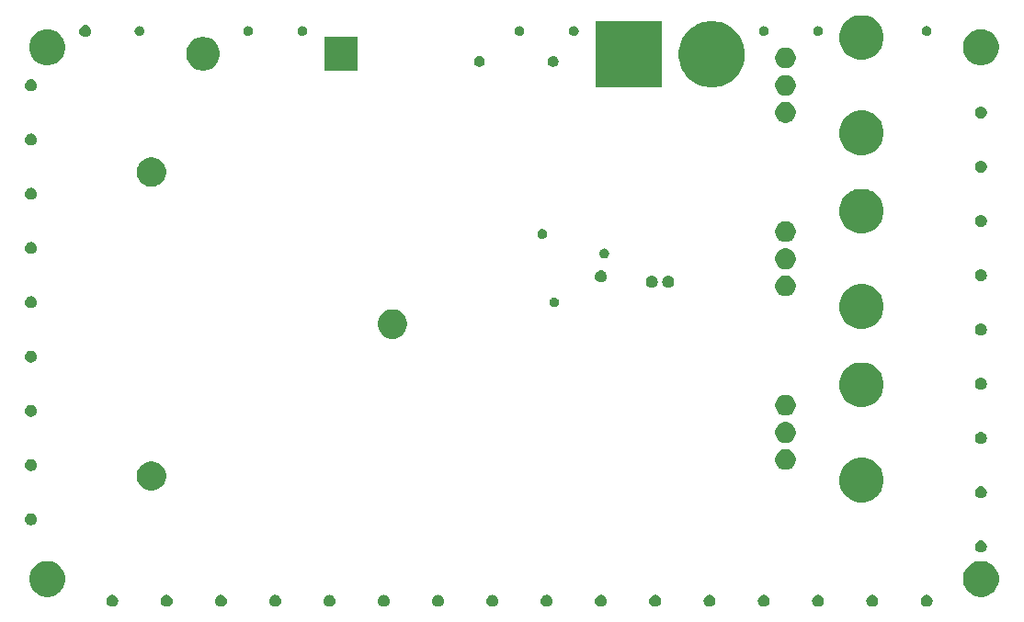
<source format=gbr>
G04 #@! TF.GenerationSoftware,KiCad,Pcbnew,(5.1.4-0-10_14)*
G04 #@! TF.CreationDate,2019-10-01T19:19:35+02:00*
G04 #@! TF.ProjectId,APC,4150432e-6b69-4636-9164-5f7063625858,rev?*
G04 #@! TF.SameCoordinates,Original*
G04 #@! TF.FileFunction,Soldermask,Bot*
G04 #@! TF.FilePolarity,Negative*
%FSLAX46Y46*%
G04 Gerber Fmt 4.6, Leading zero omitted, Abs format (unit mm)*
G04 Created by KiCad (PCBNEW (5.1.4-0-10_14)) date 2019-10-01 19:19:35*
%MOMM*%
%LPD*%
G04 APERTURE LIST*
%ADD10C,0.100000*%
G04 APERTURE END LIST*
D10*
G36*
X170160721Y-99470174D02*
G01*
X170260995Y-99511709D01*
X170260996Y-99511710D01*
X170351242Y-99572010D01*
X170427990Y-99648758D01*
X170427991Y-99648760D01*
X170488291Y-99739005D01*
X170529826Y-99839279D01*
X170551000Y-99945730D01*
X170551000Y-100054270D01*
X170529826Y-100160721D01*
X170488291Y-100260995D01*
X170488290Y-100260996D01*
X170427990Y-100351242D01*
X170351242Y-100427990D01*
X170305812Y-100458345D01*
X170260995Y-100488291D01*
X170160721Y-100529826D01*
X170054270Y-100551000D01*
X169945730Y-100551000D01*
X169839279Y-100529826D01*
X169739005Y-100488291D01*
X169694188Y-100458345D01*
X169648758Y-100427990D01*
X169572010Y-100351242D01*
X169511710Y-100260996D01*
X169511709Y-100260995D01*
X169470174Y-100160721D01*
X169449000Y-100054270D01*
X169449000Y-99945730D01*
X169470174Y-99839279D01*
X169511709Y-99739005D01*
X169572009Y-99648760D01*
X169572010Y-99648758D01*
X169648758Y-99572010D01*
X169739004Y-99511710D01*
X169739005Y-99511709D01*
X169839279Y-99470174D01*
X169945730Y-99449000D01*
X170054270Y-99449000D01*
X170160721Y-99470174D01*
X170160721Y-99470174D01*
G37*
G36*
X165160721Y-99470174D02*
G01*
X165260995Y-99511709D01*
X165260996Y-99511710D01*
X165351242Y-99572010D01*
X165427990Y-99648758D01*
X165427991Y-99648760D01*
X165488291Y-99739005D01*
X165529826Y-99839279D01*
X165551000Y-99945730D01*
X165551000Y-100054270D01*
X165529826Y-100160721D01*
X165488291Y-100260995D01*
X165488290Y-100260996D01*
X165427990Y-100351242D01*
X165351242Y-100427990D01*
X165305812Y-100458345D01*
X165260995Y-100488291D01*
X165160721Y-100529826D01*
X165054270Y-100551000D01*
X164945730Y-100551000D01*
X164839279Y-100529826D01*
X164739005Y-100488291D01*
X164694188Y-100458345D01*
X164648758Y-100427990D01*
X164572010Y-100351242D01*
X164511710Y-100260996D01*
X164511709Y-100260995D01*
X164470174Y-100160721D01*
X164449000Y-100054270D01*
X164449000Y-99945730D01*
X164470174Y-99839279D01*
X164511709Y-99739005D01*
X164572009Y-99648760D01*
X164572010Y-99648758D01*
X164648758Y-99572010D01*
X164739004Y-99511710D01*
X164739005Y-99511709D01*
X164839279Y-99470174D01*
X164945730Y-99449000D01*
X165054270Y-99449000D01*
X165160721Y-99470174D01*
X165160721Y-99470174D01*
G37*
G36*
X160160721Y-99470174D02*
G01*
X160260995Y-99511709D01*
X160260996Y-99511710D01*
X160351242Y-99572010D01*
X160427990Y-99648758D01*
X160427991Y-99648760D01*
X160488291Y-99739005D01*
X160529826Y-99839279D01*
X160551000Y-99945730D01*
X160551000Y-100054270D01*
X160529826Y-100160721D01*
X160488291Y-100260995D01*
X160488290Y-100260996D01*
X160427990Y-100351242D01*
X160351242Y-100427990D01*
X160305812Y-100458345D01*
X160260995Y-100488291D01*
X160160721Y-100529826D01*
X160054270Y-100551000D01*
X159945730Y-100551000D01*
X159839279Y-100529826D01*
X159739005Y-100488291D01*
X159694188Y-100458345D01*
X159648758Y-100427990D01*
X159572010Y-100351242D01*
X159511710Y-100260996D01*
X159511709Y-100260995D01*
X159470174Y-100160721D01*
X159449000Y-100054270D01*
X159449000Y-99945730D01*
X159470174Y-99839279D01*
X159511709Y-99739005D01*
X159572009Y-99648760D01*
X159572010Y-99648758D01*
X159648758Y-99572010D01*
X159739004Y-99511710D01*
X159739005Y-99511709D01*
X159839279Y-99470174D01*
X159945730Y-99449000D01*
X160054270Y-99449000D01*
X160160721Y-99470174D01*
X160160721Y-99470174D01*
G37*
G36*
X155160721Y-99470174D02*
G01*
X155260995Y-99511709D01*
X155260996Y-99511710D01*
X155351242Y-99572010D01*
X155427990Y-99648758D01*
X155427991Y-99648760D01*
X155488291Y-99739005D01*
X155529826Y-99839279D01*
X155551000Y-99945730D01*
X155551000Y-100054270D01*
X155529826Y-100160721D01*
X155488291Y-100260995D01*
X155488290Y-100260996D01*
X155427990Y-100351242D01*
X155351242Y-100427990D01*
X155305812Y-100458345D01*
X155260995Y-100488291D01*
X155160721Y-100529826D01*
X155054270Y-100551000D01*
X154945730Y-100551000D01*
X154839279Y-100529826D01*
X154739005Y-100488291D01*
X154694188Y-100458345D01*
X154648758Y-100427990D01*
X154572010Y-100351242D01*
X154511710Y-100260996D01*
X154511709Y-100260995D01*
X154470174Y-100160721D01*
X154449000Y-100054270D01*
X154449000Y-99945730D01*
X154470174Y-99839279D01*
X154511709Y-99739005D01*
X154572009Y-99648760D01*
X154572010Y-99648758D01*
X154648758Y-99572010D01*
X154739004Y-99511710D01*
X154739005Y-99511709D01*
X154839279Y-99470174D01*
X154945730Y-99449000D01*
X155054270Y-99449000D01*
X155160721Y-99470174D01*
X155160721Y-99470174D01*
G37*
G36*
X150160721Y-99470174D02*
G01*
X150260995Y-99511709D01*
X150260996Y-99511710D01*
X150351242Y-99572010D01*
X150427990Y-99648758D01*
X150427991Y-99648760D01*
X150488291Y-99739005D01*
X150529826Y-99839279D01*
X150551000Y-99945730D01*
X150551000Y-100054270D01*
X150529826Y-100160721D01*
X150488291Y-100260995D01*
X150488290Y-100260996D01*
X150427990Y-100351242D01*
X150351242Y-100427990D01*
X150305812Y-100458345D01*
X150260995Y-100488291D01*
X150160721Y-100529826D01*
X150054270Y-100551000D01*
X149945730Y-100551000D01*
X149839279Y-100529826D01*
X149739005Y-100488291D01*
X149694188Y-100458345D01*
X149648758Y-100427990D01*
X149572010Y-100351242D01*
X149511710Y-100260996D01*
X149511709Y-100260995D01*
X149470174Y-100160721D01*
X149449000Y-100054270D01*
X149449000Y-99945730D01*
X149470174Y-99839279D01*
X149511709Y-99739005D01*
X149572009Y-99648760D01*
X149572010Y-99648758D01*
X149648758Y-99572010D01*
X149739004Y-99511710D01*
X149739005Y-99511709D01*
X149839279Y-99470174D01*
X149945730Y-99449000D01*
X150054270Y-99449000D01*
X150160721Y-99470174D01*
X150160721Y-99470174D01*
G37*
G36*
X145160721Y-99470174D02*
G01*
X145260995Y-99511709D01*
X145260996Y-99511710D01*
X145351242Y-99572010D01*
X145427990Y-99648758D01*
X145427991Y-99648760D01*
X145488291Y-99739005D01*
X145529826Y-99839279D01*
X145551000Y-99945730D01*
X145551000Y-100054270D01*
X145529826Y-100160721D01*
X145488291Y-100260995D01*
X145488290Y-100260996D01*
X145427990Y-100351242D01*
X145351242Y-100427990D01*
X145305812Y-100458345D01*
X145260995Y-100488291D01*
X145160721Y-100529826D01*
X145054270Y-100551000D01*
X144945730Y-100551000D01*
X144839279Y-100529826D01*
X144739005Y-100488291D01*
X144694188Y-100458345D01*
X144648758Y-100427990D01*
X144572010Y-100351242D01*
X144511710Y-100260996D01*
X144511709Y-100260995D01*
X144470174Y-100160721D01*
X144449000Y-100054270D01*
X144449000Y-99945730D01*
X144470174Y-99839279D01*
X144511709Y-99739005D01*
X144572009Y-99648760D01*
X144572010Y-99648758D01*
X144648758Y-99572010D01*
X144739004Y-99511710D01*
X144739005Y-99511709D01*
X144839279Y-99470174D01*
X144945730Y-99449000D01*
X145054270Y-99449000D01*
X145160721Y-99470174D01*
X145160721Y-99470174D01*
G37*
G36*
X140160721Y-99470174D02*
G01*
X140260995Y-99511709D01*
X140260996Y-99511710D01*
X140351242Y-99572010D01*
X140427990Y-99648758D01*
X140427991Y-99648760D01*
X140488291Y-99739005D01*
X140529826Y-99839279D01*
X140551000Y-99945730D01*
X140551000Y-100054270D01*
X140529826Y-100160721D01*
X140488291Y-100260995D01*
X140488290Y-100260996D01*
X140427990Y-100351242D01*
X140351242Y-100427990D01*
X140305812Y-100458345D01*
X140260995Y-100488291D01*
X140160721Y-100529826D01*
X140054270Y-100551000D01*
X139945730Y-100551000D01*
X139839279Y-100529826D01*
X139739005Y-100488291D01*
X139694188Y-100458345D01*
X139648758Y-100427990D01*
X139572010Y-100351242D01*
X139511710Y-100260996D01*
X139511709Y-100260995D01*
X139470174Y-100160721D01*
X139449000Y-100054270D01*
X139449000Y-99945730D01*
X139470174Y-99839279D01*
X139511709Y-99739005D01*
X139572009Y-99648760D01*
X139572010Y-99648758D01*
X139648758Y-99572010D01*
X139739004Y-99511710D01*
X139739005Y-99511709D01*
X139839279Y-99470174D01*
X139945730Y-99449000D01*
X140054270Y-99449000D01*
X140160721Y-99470174D01*
X140160721Y-99470174D01*
G37*
G36*
X135160721Y-99470174D02*
G01*
X135260995Y-99511709D01*
X135260996Y-99511710D01*
X135351242Y-99572010D01*
X135427990Y-99648758D01*
X135427991Y-99648760D01*
X135488291Y-99739005D01*
X135529826Y-99839279D01*
X135551000Y-99945730D01*
X135551000Y-100054270D01*
X135529826Y-100160721D01*
X135488291Y-100260995D01*
X135488290Y-100260996D01*
X135427990Y-100351242D01*
X135351242Y-100427990D01*
X135305812Y-100458345D01*
X135260995Y-100488291D01*
X135160721Y-100529826D01*
X135054270Y-100551000D01*
X134945730Y-100551000D01*
X134839279Y-100529826D01*
X134739005Y-100488291D01*
X134694188Y-100458345D01*
X134648758Y-100427990D01*
X134572010Y-100351242D01*
X134511710Y-100260996D01*
X134511709Y-100260995D01*
X134470174Y-100160721D01*
X134449000Y-100054270D01*
X134449000Y-99945730D01*
X134470174Y-99839279D01*
X134511709Y-99739005D01*
X134572009Y-99648760D01*
X134572010Y-99648758D01*
X134648758Y-99572010D01*
X134739004Y-99511710D01*
X134739005Y-99511709D01*
X134839279Y-99470174D01*
X134945730Y-99449000D01*
X135054270Y-99449000D01*
X135160721Y-99470174D01*
X135160721Y-99470174D01*
G37*
G36*
X130160721Y-99470174D02*
G01*
X130260995Y-99511709D01*
X130260996Y-99511710D01*
X130351242Y-99572010D01*
X130427990Y-99648758D01*
X130427991Y-99648760D01*
X130488291Y-99739005D01*
X130529826Y-99839279D01*
X130551000Y-99945730D01*
X130551000Y-100054270D01*
X130529826Y-100160721D01*
X130488291Y-100260995D01*
X130488290Y-100260996D01*
X130427990Y-100351242D01*
X130351242Y-100427990D01*
X130305812Y-100458345D01*
X130260995Y-100488291D01*
X130160721Y-100529826D01*
X130054270Y-100551000D01*
X129945730Y-100551000D01*
X129839279Y-100529826D01*
X129739005Y-100488291D01*
X129694188Y-100458345D01*
X129648758Y-100427990D01*
X129572010Y-100351242D01*
X129511710Y-100260996D01*
X129511709Y-100260995D01*
X129470174Y-100160721D01*
X129449000Y-100054270D01*
X129449000Y-99945730D01*
X129470174Y-99839279D01*
X129511709Y-99739005D01*
X129572009Y-99648760D01*
X129572010Y-99648758D01*
X129648758Y-99572010D01*
X129739004Y-99511710D01*
X129739005Y-99511709D01*
X129839279Y-99470174D01*
X129945730Y-99449000D01*
X130054270Y-99449000D01*
X130160721Y-99470174D01*
X130160721Y-99470174D01*
G37*
G36*
X125160721Y-99470174D02*
G01*
X125260995Y-99511709D01*
X125260996Y-99511710D01*
X125351242Y-99572010D01*
X125427990Y-99648758D01*
X125427991Y-99648760D01*
X125488291Y-99739005D01*
X125529826Y-99839279D01*
X125551000Y-99945730D01*
X125551000Y-100054270D01*
X125529826Y-100160721D01*
X125488291Y-100260995D01*
X125488290Y-100260996D01*
X125427990Y-100351242D01*
X125351242Y-100427990D01*
X125305812Y-100458345D01*
X125260995Y-100488291D01*
X125160721Y-100529826D01*
X125054270Y-100551000D01*
X124945730Y-100551000D01*
X124839279Y-100529826D01*
X124739005Y-100488291D01*
X124694188Y-100458345D01*
X124648758Y-100427990D01*
X124572010Y-100351242D01*
X124511710Y-100260996D01*
X124511709Y-100260995D01*
X124470174Y-100160721D01*
X124449000Y-100054270D01*
X124449000Y-99945730D01*
X124470174Y-99839279D01*
X124511709Y-99739005D01*
X124572009Y-99648760D01*
X124572010Y-99648758D01*
X124648758Y-99572010D01*
X124739004Y-99511710D01*
X124739005Y-99511709D01*
X124839279Y-99470174D01*
X124945730Y-99449000D01*
X125054270Y-99449000D01*
X125160721Y-99470174D01*
X125160721Y-99470174D01*
G37*
G36*
X120160721Y-99470174D02*
G01*
X120260995Y-99511709D01*
X120260996Y-99511710D01*
X120351242Y-99572010D01*
X120427990Y-99648758D01*
X120427991Y-99648760D01*
X120488291Y-99739005D01*
X120529826Y-99839279D01*
X120551000Y-99945730D01*
X120551000Y-100054270D01*
X120529826Y-100160721D01*
X120488291Y-100260995D01*
X120488290Y-100260996D01*
X120427990Y-100351242D01*
X120351242Y-100427990D01*
X120305812Y-100458345D01*
X120260995Y-100488291D01*
X120160721Y-100529826D01*
X120054270Y-100551000D01*
X119945730Y-100551000D01*
X119839279Y-100529826D01*
X119739005Y-100488291D01*
X119694188Y-100458345D01*
X119648758Y-100427990D01*
X119572010Y-100351242D01*
X119511710Y-100260996D01*
X119511709Y-100260995D01*
X119470174Y-100160721D01*
X119449000Y-100054270D01*
X119449000Y-99945730D01*
X119470174Y-99839279D01*
X119511709Y-99739005D01*
X119572009Y-99648760D01*
X119572010Y-99648758D01*
X119648758Y-99572010D01*
X119739004Y-99511710D01*
X119739005Y-99511709D01*
X119839279Y-99470174D01*
X119945730Y-99449000D01*
X120054270Y-99449000D01*
X120160721Y-99470174D01*
X120160721Y-99470174D01*
G37*
G36*
X115160721Y-99470174D02*
G01*
X115260995Y-99511709D01*
X115260996Y-99511710D01*
X115351242Y-99572010D01*
X115427990Y-99648758D01*
X115427991Y-99648760D01*
X115488291Y-99739005D01*
X115529826Y-99839279D01*
X115551000Y-99945730D01*
X115551000Y-100054270D01*
X115529826Y-100160721D01*
X115488291Y-100260995D01*
X115488290Y-100260996D01*
X115427990Y-100351242D01*
X115351242Y-100427990D01*
X115305812Y-100458345D01*
X115260995Y-100488291D01*
X115160721Y-100529826D01*
X115054270Y-100551000D01*
X114945730Y-100551000D01*
X114839279Y-100529826D01*
X114739005Y-100488291D01*
X114694188Y-100458345D01*
X114648758Y-100427990D01*
X114572010Y-100351242D01*
X114511710Y-100260996D01*
X114511709Y-100260995D01*
X114470174Y-100160721D01*
X114449000Y-100054270D01*
X114449000Y-99945730D01*
X114470174Y-99839279D01*
X114511709Y-99739005D01*
X114572009Y-99648760D01*
X114572010Y-99648758D01*
X114648758Y-99572010D01*
X114739004Y-99511710D01*
X114739005Y-99511709D01*
X114839279Y-99470174D01*
X114945730Y-99449000D01*
X115054270Y-99449000D01*
X115160721Y-99470174D01*
X115160721Y-99470174D01*
G37*
G36*
X110160721Y-99470174D02*
G01*
X110260995Y-99511709D01*
X110260996Y-99511710D01*
X110351242Y-99572010D01*
X110427990Y-99648758D01*
X110427991Y-99648760D01*
X110488291Y-99739005D01*
X110529826Y-99839279D01*
X110551000Y-99945730D01*
X110551000Y-100054270D01*
X110529826Y-100160721D01*
X110488291Y-100260995D01*
X110488290Y-100260996D01*
X110427990Y-100351242D01*
X110351242Y-100427990D01*
X110305812Y-100458345D01*
X110260995Y-100488291D01*
X110160721Y-100529826D01*
X110054270Y-100551000D01*
X109945730Y-100551000D01*
X109839279Y-100529826D01*
X109739005Y-100488291D01*
X109694188Y-100458345D01*
X109648758Y-100427990D01*
X109572010Y-100351242D01*
X109511710Y-100260996D01*
X109511709Y-100260995D01*
X109470174Y-100160721D01*
X109449000Y-100054270D01*
X109449000Y-99945730D01*
X109470174Y-99839279D01*
X109511709Y-99739005D01*
X109572009Y-99648760D01*
X109572010Y-99648758D01*
X109648758Y-99572010D01*
X109739004Y-99511710D01*
X109739005Y-99511709D01*
X109839279Y-99470174D01*
X109945730Y-99449000D01*
X110054270Y-99449000D01*
X110160721Y-99470174D01*
X110160721Y-99470174D01*
G37*
G36*
X105160721Y-99470174D02*
G01*
X105260995Y-99511709D01*
X105260996Y-99511710D01*
X105351242Y-99572010D01*
X105427990Y-99648758D01*
X105427991Y-99648760D01*
X105488291Y-99739005D01*
X105529826Y-99839279D01*
X105551000Y-99945730D01*
X105551000Y-100054270D01*
X105529826Y-100160721D01*
X105488291Y-100260995D01*
X105488290Y-100260996D01*
X105427990Y-100351242D01*
X105351242Y-100427990D01*
X105305812Y-100458345D01*
X105260995Y-100488291D01*
X105160721Y-100529826D01*
X105054270Y-100551000D01*
X104945730Y-100551000D01*
X104839279Y-100529826D01*
X104739005Y-100488291D01*
X104694188Y-100458345D01*
X104648758Y-100427990D01*
X104572010Y-100351242D01*
X104511710Y-100260996D01*
X104511709Y-100260995D01*
X104470174Y-100160721D01*
X104449000Y-100054270D01*
X104449000Y-99945730D01*
X104470174Y-99839279D01*
X104511709Y-99739005D01*
X104572009Y-99648760D01*
X104572010Y-99648758D01*
X104648758Y-99572010D01*
X104739004Y-99511710D01*
X104739005Y-99511709D01*
X104839279Y-99470174D01*
X104945730Y-99449000D01*
X105054270Y-99449000D01*
X105160721Y-99470174D01*
X105160721Y-99470174D01*
G37*
G36*
X100160721Y-99470174D02*
G01*
X100260995Y-99511709D01*
X100260996Y-99511710D01*
X100351242Y-99572010D01*
X100427990Y-99648758D01*
X100427991Y-99648760D01*
X100488291Y-99739005D01*
X100529826Y-99839279D01*
X100551000Y-99945730D01*
X100551000Y-100054270D01*
X100529826Y-100160721D01*
X100488291Y-100260995D01*
X100488290Y-100260996D01*
X100427990Y-100351242D01*
X100351242Y-100427990D01*
X100305812Y-100458345D01*
X100260995Y-100488291D01*
X100160721Y-100529826D01*
X100054270Y-100551000D01*
X99945730Y-100551000D01*
X99839279Y-100529826D01*
X99739005Y-100488291D01*
X99694188Y-100458345D01*
X99648758Y-100427990D01*
X99572010Y-100351242D01*
X99511710Y-100260996D01*
X99511709Y-100260995D01*
X99470174Y-100160721D01*
X99449000Y-100054270D01*
X99449000Y-99945730D01*
X99470174Y-99839279D01*
X99511709Y-99739005D01*
X99572009Y-99648760D01*
X99572010Y-99648758D01*
X99648758Y-99572010D01*
X99739004Y-99511710D01*
X99739005Y-99511709D01*
X99839279Y-99470174D01*
X99945730Y-99449000D01*
X100054270Y-99449000D01*
X100160721Y-99470174D01*
X100160721Y-99470174D01*
G37*
G36*
X95160721Y-99470174D02*
G01*
X95260995Y-99511709D01*
X95260996Y-99511710D01*
X95351242Y-99572010D01*
X95427990Y-99648758D01*
X95427991Y-99648760D01*
X95488291Y-99739005D01*
X95529826Y-99839279D01*
X95551000Y-99945730D01*
X95551000Y-100054270D01*
X95529826Y-100160721D01*
X95488291Y-100260995D01*
X95488290Y-100260996D01*
X95427990Y-100351242D01*
X95351242Y-100427990D01*
X95305812Y-100458345D01*
X95260995Y-100488291D01*
X95160721Y-100529826D01*
X95054270Y-100551000D01*
X94945730Y-100551000D01*
X94839279Y-100529826D01*
X94739005Y-100488291D01*
X94694188Y-100458345D01*
X94648758Y-100427990D01*
X94572010Y-100351242D01*
X94511710Y-100260996D01*
X94511709Y-100260995D01*
X94470174Y-100160721D01*
X94449000Y-100054270D01*
X94449000Y-99945730D01*
X94470174Y-99839279D01*
X94511709Y-99739005D01*
X94572009Y-99648760D01*
X94572010Y-99648758D01*
X94648758Y-99572010D01*
X94739004Y-99511710D01*
X94739005Y-99511709D01*
X94839279Y-99470174D01*
X94945730Y-99449000D01*
X95054270Y-99449000D01*
X95160721Y-99470174D01*
X95160721Y-99470174D01*
G37*
G36*
X89375256Y-96391298D02*
G01*
X89481579Y-96412447D01*
X89782042Y-96536903D01*
X90052451Y-96717585D01*
X90282415Y-96947549D01*
X90463097Y-97217958D01*
X90587553Y-97518421D01*
X90651000Y-97837391D01*
X90651000Y-98162609D01*
X90587553Y-98481579D01*
X90463097Y-98782042D01*
X90282415Y-99052451D01*
X90052451Y-99282415D01*
X89782042Y-99463097D01*
X89782041Y-99463098D01*
X89782040Y-99463098D01*
X89694037Y-99499550D01*
X89481579Y-99587553D01*
X89375256Y-99608702D01*
X89162611Y-99651000D01*
X88837389Y-99651000D01*
X88624744Y-99608702D01*
X88518421Y-99587553D01*
X88305963Y-99499550D01*
X88217960Y-99463098D01*
X88217959Y-99463098D01*
X88217958Y-99463097D01*
X87947549Y-99282415D01*
X87717585Y-99052451D01*
X87536903Y-98782042D01*
X87412447Y-98481579D01*
X87349000Y-98162609D01*
X87349000Y-97837391D01*
X87412447Y-97518421D01*
X87536903Y-97217958D01*
X87717585Y-96947549D01*
X87947549Y-96717585D01*
X88217958Y-96536903D01*
X88518421Y-96412447D01*
X88624744Y-96391298D01*
X88837389Y-96349000D01*
X89162611Y-96349000D01*
X89375256Y-96391298D01*
X89375256Y-96391298D01*
G37*
G36*
X175375256Y-96391298D02*
G01*
X175481579Y-96412447D01*
X175782042Y-96536903D01*
X176052451Y-96717585D01*
X176282415Y-96947549D01*
X176463097Y-97217958D01*
X176587553Y-97518421D01*
X176651000Y-97837391D01*
X176651000Y-98162609D01*
X176587553Y-98481579D01*
X176463097Y-98782042D01*
X176282415Y-99052451D01*
X176052451Y-99282415D01*
X175782042Y-99463097D01*
X175782041Y-99463098D01*
X175782040Y-99463098D01*
X175694037Y-99499550D01*
X175481579Y-99587553D01*
X175375256Y-99608702D01*
X175162611Y-99651000D01*
X174837389Y-99651000D01*
X174624744Y-99608702D01*
X174518421Y-99587553D01*
X174305963Y-99499550D01*
X174217960Y-99463098D01*
X174217959Y-99463098D01*
X174217958Y-99463097D01*
X173947549Y-99282415D01*
X173717585Y-99052451D01*
X173536903Y-98782042D01*
X173412447Y-98481579D01*
X173349000Y-98162609D01*
X173349000Y-97837391D01*
X173412447Y-97518421D01*
X173536903Y-97217958D01*
X173717585Y-96947549D01*
X173947549Y-96717585D01*
X174217958Y-96536903D01*
X174518421Y-96412447D01*
X174624744Y-96391298D01*
X174837389Y-96349000D01*
X175162611Y-96349000D01*
X175375256Y-96391298D01*
X175375256Y-96391298D01*
G37*
G36*
X175160721Y-94470174D02*
G01*
X175260995Y-94511709D01*
X175260996Y-94511710D01*
X175351242Y-94572010D01*
X175427990Y-94648758D01*
X175427991Y-94648760D01*
X175488291Y-94739005D01*
X175529826Y-94839279D01*
X175551000Y-94945730D01*
X175551000Y-95054270D01*
X175529826Y-95160721D01*
X175488291Y-95260995D01*
X175488290Y-95260996D01*
X175427990Y-95351242D01*
X175351242Y-95427990D01*
X175305812Y-95458345D01*
X175260995Y-95488291D01*
X175160721Y-95529826D01*
X175054270Y-95551000D01*
X174945730Y-95551000D01*
X174839279Y-95529826D01*
X174739005Y-95488291D01*
X174694188Y-95458345D01*
X174648758Y-95427990D01*
X174572010Y-95351242D01*
X174511710Y-95260996D01*
X174511709Y-95260995D01*
X174470174Y-95160721D01*
X174449000Y-95054270D01*
X174449000Y-94945730D01*
X174470174Y-94839279D01*
X174511709Y-94739005D01*
X174572009Y-94648760D01*
X174572010Y-94648758D01*
X174648758Y-94572010D01*
X174739004Y-94511710D01*
X174739005Y-94511709D01*
X174839279Y-94470174D01*
X174945730Y-94449000D01*
X175054270Y-94449000D01*
X175160721Y-94470174D01*
X175160721Y-94470174D01*
G37*
G36*
X87660721Y-91970174D02*
G01*
X87760995Y-92011709D01*
X87760996Y-92011710D01*
X87851242Y-92072010D01*
X87927990Y-92148758D01*
X87927991Y-92148760D01*
X87988291Y-92239005D01*
X88029826Y-92339279D01*
X88051000Y-92445730D01*
X88051000Y-92554270D01*
X88029826Y-92660721D01*
X87988291Y-92760995D01*
X87988290Y-92760996D01*
X87927990Y-92851242D01*
X87851242Y-92927990D01*
X87805812Y-92958345D01*
X87760995Y-92988291D01*
X87660721Y-93029826D01*
X87554270Y-93051000D01*
X87445730Y-93051000D01*
X87339279Y-93029826D01*
X87239005Y-92988291D01*
X87194188Y-92958345D01*
X87148758Y-92927990D01*
X87072010Y-92851242D01*
X87011710Y-92760996D01*
X87011709Y-92760995D01*
X86970174Y-92660721D01*
X86949000Y-92554270D01*
X86949000Y-92445730D01*
X86970174Y-92339279D01*
X87011709Y-92239005D01*
X87072009Y-92148760D01*
X87072010Y-92148758D01*
X87148758Y-92072010D01*
X87239004Y-92011710D01*
X87239005Y-92011709D01*
X87339279Y-91970174D01*
X87445730Y-91949000D01*
X87554270Y-91949000D01*
X87660721Y-91970174D01*
X87660721Y-91970174D01*
G37*
G36*
X164598254Y-86927818D02*
G01*
X164971511Y-87082426D01*
X164971513Y-87082427D01*
X165307436Y-87306884D01*
X165593116Y-87592564D01*
X165817242Y-87927991D01*
X165817574Y-87928489D01*
X165972182Y-88301746D01*
X166051000Y-88697993D01*
X166051000Y-89102007D01*
X165972182Y-89498254D01*
X165847575Y-89799082D01*
X165817573Y-89871513D01*
X165593116Y-90207436D01*
X165307436Y-90493116D01*
X164971513Y-90717573D01*
X164971512Y-90717574D01*
X164971511Y-90717574D01*
X164598254Y-90872182D01*
X164202007Y-90951000D01*
X163797993Y-90951000D01*
X163401746Y-90872182D01*
X163028489Y-90717574D01*
X163028488Y-90717574D01*
X163028487Y-90717573D01*
X162692564Y-90493116D01*
X162406884Y-90207436D01*
X162182427Y-89871513D01*
X162152425Y-89799082D01*
X162027818Y-89498254D01*
X161949000Y-89102007D01*
X161949000Y-88697993D01*
X162027818Y-88301746D01*
X162182426Y-87928489D01*
X162182759Y-87927991D01*
X162406884Y-87592564D01*
X162692564Y-87306884D01*
X163028487Y-87082427D01*
X163028489Y-87082426D01*
X163401746Y-86927818D01*
X163797993Y-86849000D01*
X164202007Y-86849000D01*
X164598254Y-86927818D01*
X164598254Y-86927818D01*
G37*
G36*
X175160721Y-89470174D02*
G01*
X175260995Y-89511709D01*
X175260996Y-89511710D01*
X175351242Y-89572010D01*
X175427990Y-89648758D01*
X175427991Y-89648760D01*
X175488291Y-89739005D01*
X175529826Y-89839279D01*
X175551000Y-89945730D01*
X175551000Y-90054270D01*
X175529826Y-90160721D01*
X175488291Y-90260995D01*
X175488290Y-90260996D01*
X175427990Y-90351242D01*
X175351242Y-90427990D01*
X175305812Y-90458345D01*
X175260995Y-90488291D01*
X175160721Y-90529826D01*
X175054270Y-90551000D01*
X174945730Y-90551000D01*
X174839279Y-90529826D01*
X174739005Y-90488291D01*
X174694188Y-90458345D01*
X174648758Y-90427990D01*
X174572010Y-90351242D01*
X174511710Y-90260996D01*
X174511709Y-90260995D01*
X174470174Y-90160721D01*
X174449000Y-90054270D01*
X174449000Y-89945730D01*
X174470174Y-89839279D01*
X174511709Y-89739005D01*
X174572009Y-89648760D01*
X174572010Y-89648758D01*
X174648758Y-89572010D01*
X174739004Y-89511710D01*
X174739005Y-89511709D01*
X174839279Y-89470174D01*
X174945730Y-89449000D01*
X175054270Y-89449000D01*
X175160721Y-89470174D01*
X175160721Y-89470174D01*
G37*
G36*
X98994072Y-87200918D02*
G01*
X99239939Y-87302759D01*
X99351328Y-87377187D01*
X99461211Y-87450609D01*
X99649391Y-87638789D01*
X99716143Y-87738690D01*
X99785685Y-87842766D01*
X99797242Y-87860063D01*
X99899082Y-88105928D01*
X99951000Y-88366937D01*
X99951000Y-88633063D01*
X99938084Y-88697994D01*
X99899082Y-88894072D01*
X99797241Y-89139939D01*
X99649390Y-89361212D01*
X99461212Y-89549390D01*
X99239939Y-89697241D01*
X99239938Y-89697242D01*
X99239937Y-89697242D01*
X98994072Y-89799082D01*
X98733063Y-89851000D01*
X98466937Y-89851000D01*
X98205928Y-89799082D01*
X97960063Y-89697242D01*
X97960062Y-89697242D01*
X97960061Y-89697241D01*
X97738788Y-89549390D01*
X97550610Y-89361212D01*
X97402759Y-89139939D01*
X97300918Y-88894072D01*
X97261916Y-88697994D01*
X97249000Y-88633063D01*
X97249000Y-88366937D01*
X97300918Y-88105928D01*
X97402758Y-87860063D01*
X97414316Y-87842766D01*
X97483857Y-87738690D01*
X97550609Y-87638789D01*
X97738789Y-87450609D01*
X97848672Y-87377187D01*
X97960061Y-87302759D01*
X98205928Y-87200918D01*
X98466937Y-87149000D01*
X98733063Y-87149000D01*
X98994072Y-87200918D01*
X98994072Y-87200918D01*
G37*
G36*
X87660721Y-86970174D02*
G01*
X87760995Y-87011709D01*
X87760996Y-87011710D01*
X87851242Y-87072010D01*
X87927990Y-87148758D01*
X87958345Y-87194188D01*
X87988291Y-87239005D01*
X88029826Y-87339279D01*
X88051000Y-87445730D01*
X88051000Y-87554270D01*
X88029826Y-87660721D01*
X87988291Y-87760995D01*
X87988290Y-87760996D01*
X87927990Y-87851242D01*
X87851242Y-87927990D01*
X87850498Y-87928487D01*
X87760995Y-87988291D01*
X87660721Y-88029826D01*
X87554270Y-88051000D01*
X87445730Y-88051000D01*
X87339279Y-88029826D01*
X87239005Y-87988291D01*
X87149502Y-87928487D01*
X87148758Y-87927990D01*
X87072010Y-87851242D01*
X87011710Y-87760996D01*
X87011709Y-87760995D01*
X86970174Y-87660721D01*
X86949000Y-87554270D01*
X86949000Y-87445730D01*
X86970174Y-87339279D01*
X87011709Y-87239005D01*
X87041655Y-87194188D01*
X87072010Y-87148758D01*
X87148758Y-87072010D01*
X87239004Y-87011710D01*
X87239005Y-87011709D01*
X87339279Y-86970174D01*
X87445730Y-86949000D01*
X87554270Y-86949000D01*
X87660721Y-86970174D01*
X87660721Y-86970174D01*
G37*
G36*
X157277395Y-86085546D02*
G01*
X157450466Y-86157234D01*
X157450467Y-86157235D01*
X157606227Y-86261310D01*
X157738690Y-86393773D01*
X157738691Y-86393775D01*
X157842766Y-86549534D01*
X157914454Y-86722605D01*
X157951000Y-86906333D01*
X157951000Y-87093667D01*
X157914454Y-87277395D01*
X157842766Y-87450466D01*
X157791081Y-87527818D01*
X157738690Y-87606227D01*
X157606227Y-87738690D01*
X157527818Y-87791081D01*
X157450466Y-87842766D01*
X157277395Y-87914454D01*
X157093667Y-87951000D01*
X156906333Y-87951000D01*
X156722605Y-87914454D01*
X156549534Y-87842766D01*
X156472182Y-87791081D01*
X156393773Y-87738690D01*
X156261310Y-87606227D01*
X156208919Y-87527818D01*
X156157234Y-87450466D01*
X156085546Y-87277395D01*
X156049000Y-87093667D01*
X156049000Y-86906333D01*
X156085546Y-86722605D01*
X156157234Y-86549534D01*
X156261309Y-86393775D01*
X156261310Y-86393773D01*
X156393773Y-86261310D01*
X156549533Y-86157235D01*
X156549534Y-86157234D01*
X156722605Y-86085546D01*
X156906333Y-86049000D01*
X157093667Y-86049000D01*
X157277395Y-86085546D01*
X157277395Y-86085546D01*
G37*
G36*
X175160721Y-84470174D02*
G01*
X175260995Y-84511709D01*
X175260996Y-84511710D01*
X175351242Y-84572010D01*
X175427990Y-84648758D01*
X175427991Y-84648760D01*
X175488291Y-84739005D01*
X175529826Y-84839279D01*
X175551000Y-84945730D01*
X175551000Y-85054270D01*
X175529826Y-85160721D01*
X175488291Y-85260995D01*
X175488290Y-85260996D01*
X175427990Y-85351242D01*
X175351242Y-85427990D01*
X175316805Y-85451000D01*
X175260995Y-85488291D01*
X175160721Y-85529826D01*
X175054270Y-85551000D01*
X174945730Y-85551000D01*
X174839279Y-85529826D01*
X174739005Y-85488291D01*
X174683195Y-85451000D01*
X174648758Y-85427990D01*
X174572010Y-85351242D01*
X174511710Y-85260996D01*
X174511709Y-85260995D01*
X174470174Y-85160721D01*
X174449000Y-85054270D01*
X174449000Y-84945730D01*
X174470174Y-84839279D01*
X174511709Y-84739005D01*
X174572009Y-84648760D01*
X174572010Y-84648758D01*
X174648758Y-84572010D01*
X174739004Y-84511710D01*
X174739005Y-84511709D01*
X174839279Y-84470174D01*
X174945730Y-84449000D01*
X175054270Y-84449000D01*
X175160721Y-84470174D01*
X175160721Y-84470174D01*
G37*
G36*
X157277395Y-83585546D02*
G01*
X157450466Y-83657234D01*
X157450467Y-83657235D01*
X157606227Y-83761310D01*
X157738690Y-83893773D01*
X157738691Y-83893775D01*
X157842766Y-84049534D01*
X157914454Y-84222605D01*
X157951000Y-84406333D01*
X157951000Y-84593667D01*
X157914454Y-84777395D01*
X157842766Y-84950466D01*
X157842765Y-84950467D01*
X157738690Y-85106227D01*
X157606227Y-85238690D01*
X157527818Y-85291081D01*
X157450466Y-85342766D01*
X157277395Y-85414454D01*
X157093667Y-85451000D01*
X156906333Y-85451000D01*
X156722605Y-85414454D01*
X156549534Y-85342766D01*
X156472182Y-85291081D01*
X156393773Y-85238690D01*
X156261310Y-85106227D01*
X156157235Y-84950467D01*
X156157234Y-84950466D01*
X156085546Y-84777395D01*
X156049000Y-84593667D01*
X156049000Y-84406333D01*
X156085546Y-84222605D01*
X156157234Y-84049534D01*
X156261309Y-83893775D01*
X156261310Y-83893773D01*
X156393773Y-83761310D01*
X156549533Y-83657235D01*
X156549534Y-83657234D01*
X156722605Y-83585546D01*
X156906333Y-83549000D01*
X157093667Y-83549000D01*
X157277395Y-83585546D01*
X157277395Y-83585546D01*
G37*
G36*
X87660721Y-81970174D02*
G01*
X87760995Y-82011709D01*
X87760996Y-82011710D01*
X87851242Y-82072010D01*
X87927990Y-82148758D01*
X87927991Y-82148760D01*
X87988291Y-82239005D01*
X88029826Y-82339279D01*
X88051000Y-82445730D01*
X88051000Y-82554270D01*
X88029826Y-82660721D01*
X87988291Y-82760995D01*
X87988290Y-82760996D01*
X87927990Y-82851242D01*
X87851242Y-82927990D01*
X87816805Y-82951000D01*
X87760995Y-82988291D01*
X87660721Y-83029826D01*
X87554270Y-83051000D01*
X87445730Y-83051000D01*
X87339279Y-83029826D01*
X87239005Y-82988291D01*
X87183195Y-82951000D01*
X87148758Y-82927990D01*
X87072010Y-82851242D01*
X87011710Y-82760996D01*
X87011709Y-82760995D01*
X86970174Y-82660721D01*
X86949000Y-82554270D01*
X86949000Y-82445730D01*
X86970174Y-82339279D01*
X87011709Y-82239005D01*
X87072009Y-82148760D01*
X87072010Y-82148758D01*
X87148758Y-82072010D01*
X87239004Y-82011710D01*
X87239005Y-82011709D01*
X87339279Y-81970174D01*
X87445730Y-81949000D01*
X87554270Y-81949000D01*
X87660721Y-81970174D01*
X87660721Y-81970174D01*
G37*
G36*
X157277395Y-81085546D02*
G01*
X157450466Y-81157234D01*
X157450467Y-81157235D01*
X157606227Y-81261310D01*
X157738690Y-81393773D01*
X157738691Y-81393775D01*
X157842766Y-81549534D01*
X157914454Y-81722605D01*
X157951000Y-81906333D01*
X157951000Y-82093667D01*
X157914454Y-82277395D01*
X157842766Y-82450466D01*
X157842765Y-82450467D01*
X157738690Y-82606227D01*
X157606227Y-82738690D01*
X157527818Y-82791081D01*
X157450466Y-82842766D01*
X157277395Y-82914454D01*
X157093667Y-82951000D01*
X156906333Y-82951000D01*
X156722605Y-82914454D01*
X156549534Y-82842766D01*
X156472182Y-82791081D01*
X156393773Y-82738690D01*
X156261310Y-82606227D01*
X156157235Y-82450467D01*
X156157234Y-82450466D01*
X156085546Y-82277395D01*
X156049000Y-82093667D01*
X156049000Y-81906333D01*
X156085546Y-81722605D01*
X156157234Y-81549534D01*
X156261309Y-81393775D01*
X156261310Y-81393773D01*
X156393773Y-81261310D01*
X156549533Y-81157235D01*
X156549534Y-81157234D01*
X156722605Y-81085546D01*
X156906333Y-81049000D01*
X157093667Y-81049000D01*
X157277395Y-81085546D01*
X157277395Y-81085546D01*
G37*
G36*
X164598254Y-78127818D02*
G01*
X164971511Y-78282426D01*
X164971513Y-78282427D01*
X165307436Y-78506884D01*
X165593116Y-78792564D01*
X165817574Y-79128489D01*
X165972182Y-79501746D01*
X166051000Y-79897993D01*
X166051000Y-80302007D01*
X165972182Y-80698254D01*
X165826898Y-81049000D01*
X165817573Y-81071513D01*
X165593116Y-81407436D01*
X165307436Y-81693116D01*
X164971513Y-81917573D01*
X164971512Y-81917574D01*
X164971511Y-81917574D01*
X164598254Y-82072182D01*
X164202007Y-82151000D01*
X163797993Y-82151000D01*
X163401746Y-82072182D01*
X163028489Y-81917574D01*
X163028488Y-81917574D01*
X163028487Y-81917573D01*
X162692564Y-81693116D01*
X162406884Y-81407436D01*
X162182427Y-81071513D01*
X162173102Y-81049000D01*
X162027818Y-80698254D01*
X161949000Y-80302007D01*
X161949000Y-79897993D01*
X162027818Y-79501746D01*
X162182426Y-79128489D01*
X162406884Y-78792564D01*
X162692564Y-78506884D01*
X163028487Y-78282427D01*
X163028489Y-78282426D01*
X163401746Y-78127818D01*
X163797993Y-78049000D01*
X164202007Y-78049000D01*
X164598254Y-78127818D01*
X164598254Y-78127818D01*
G37*
G36*
X175160721Y-79470174D02*
G01*
X175260995Y-79511709D01*
X175260996Y-79511710D01*
X175351242Y-79572010D01*
X175427990Y-79648758D01*
X175427991Y-79648760D01*
X175488291Y-79739005D01*
X175529826Y-79839279D01*
X175551000Y-79945730D01*
X175551000Y-80054270D01*
X175529826Y-80160721D01*
X175488291Y-80260995D01*
X175488290Y-80260996D01*
X175427990Y-80351242D01*
X175351242Y-80427990D01*
X175305812Y-80458345D01*
X175260995Y-80488291D01*
X175160721Y-80529826D01*
X175054270Y-80551000D01*
X174945730Y-80551000D01*
X174839279Y-80529826D01*
X174739005Y-80488291D01*
X174694188Y-80458345D01*
X174648758Y-80427990D01*
X174572010Y-80351242D01*
X174511710Y-80260996D01*
X174511709Y-80260995D01*
X174470174Y-80160721D01*
X174449000Y-80054270D01*
X174449000Y-79945730D01*
X174470174Y-79839279D01*
X174511709Y-79739005D01*
X174572009Y-79648760D01*
X174572010Y-79648758D01*
X174648758Y-79572010D01*
X174739004Y-79511710D01*
X174739005Y-79511709D01*
X174839279Y-79470174D01*
X174945730Y-79449000D01*
X175054270Y-79449000D01*
X175160721Y-79470174D01*
X175160721Y-79470174D01*
G37*
G36*
X87660721Y-76970174D02*
G01*
X87760995Y-77011709D01*
X87760996Y-77011710D01*
X87851242Y-77072010D01*
X87927990Y-77148758D01*
X87927991Y-77148760D01*
X87988291Y-77239005D01*
X88029826Y-77339279D01*
X88051000Y-77445730D01*
X88051000Y-77554270D01*
X88029826Y-77660721D01*
X87988291Y-77760995D01*
X87988290Y-77760996D01*
X87927990Y-77851242D01*
X87851242Y-77927990D01*
X87805812Y-77958345D01*
X87760995Y-77988291D01*
X87660721Y-78029826D01*
X87554270Y-78051000D01*
X87445730Y-78051000D01*
X87339279Y-78029826D01*
X87239005Y-77988291D01*
X87194188Y-77958345D01*
X87148758Y-77927990D01*
X87072010Y-77851242D01*
X87011710Y-77760996D01*
X87011709Y-77760995D01*
X86970174Y-77660721D01*
X86949000Y-77554270D01*
X86949000Y-77445730D01*
X86970174Y-77339279D01*
X87011709Y-77239005D01*
X87072009Y-77148760D01*
X87072010Y-77148758D01*
X87148758Y-77072010D01*
X87239004Y-77011710D01*
X87239005Y-77011709D01*
X87339279Y-76970174D01*
X87445730Y-76949000D01*
X87554270Y-76949000D01*
X87660721Y-76970174D01*
X87660721Y-76970174D01*
G37*
G36*
X121194072Y-73200918D02*
G01*
X121439939Y-73302759D01*
X121551328Y-73377187D01*
X121661211Y-73450609D01*
X121849391Y-73638789D01*
X121997242Y-73860063D01*
X122099082Y-74105928D01*
X122151000Y-74366937D01*
X122151000Y-74633063D01*
X122099082Y-74894072D01*
X121997242Y-75139937D01*
X121849391Y-75361211D01*
X121661211Y-75549391D01*
X121551328Y-75622813D01*
X121439939Y-75697241D01*
X121439938Y-75697242D01*
X121439937Y-75697242D01*
X121194072Y-75799082D01*
X120933063Y-75851000D01*
X120666937Y-75851000D01*
X120405928Y-75799082D01*
X120160063Y-75697242D01*
X120160062Y-75697242D01*
X120160061Y-75697241D01*
X120048672Y-75622813D01*
X119938789Y-75549391D01*
X119750609Y-75361211D01*
X119602758Y-75139937D01*
X119500918Y-74894072D01*
X119449000Y-74633063D01*
X119449000Y-74366937D01*
X119500918Y-74105928D01*
X119602758Y-73860063D01*
X119750609Y-73638789D01*
X119938789Y-73450609D01*
X120048672Y-73377187D01*
X120160061Y-73302759D01*
X120405928Y-73200918D01*
X120666937Y-73149000D01*
X120933063Y-73149000D01*
X121194072Y-73200918D01*
X121194072Y-73200918D01*
G37*
G36*
X175160721Y-74470174D02*
G01*
X175260995Y-74511709D01*
X175260996Y-74511710D01*
X175351242Y-74572010D01*
X175427990Y-74648758D01*
X175427991Y-74648760D01*
X175488291Y-74739005D01*
X175529826Y-74839279D01*
X175551000Y-74945730D01*
X175551000Y-75054270D01*
X175529826Y-75160721D01*
X175488291Y-75260995D01*
X175488290Y-75260996D01*
X175427990Y-75351242D01*
X175351242Y-75427990D01*
X175305812Y-75458345D01*
X175260995Y-75488291D01*
X175160721Y-75529826D01*
X175054270Y-75551000D01*
X174945730Y-75551000D01*
X174839279Y-75529826D01*
X174739005Y-75488291D01*
X174694188Y-75458345D01*
X174648758Y-75427990D01*
X174572010Y-75351242D01*
X174511710Y-75260996D01*
X174511709Y-75260995D01*
X174470174Y-75160721D01*
X174449000Y-75054270D01*
X174449000Y-74945730D01*
X174470174Y-74839279D01*
X174511709Y-74739005D01*
X174572009Y-74648760D01*
X174572010Y-74648758D01*
X174648758Y-74572010D01*
X174739004Y-74511710D01*
X174739005Y-74511709D01*
X174839279Y-74470174D01*
X174945730Y-74449000D01*
X175054270Y-74449000D01*
X175160721Y-74470174D01*
X175160721Y-74470174D01*
G37*
G36*
X164598254Y-70927818D02*
G01*
X164971511Y-71082426D01*
X164971513Y-71082427D01*
X165307436Y-71306884D01*
X165593116Y-71592564D01*
X165808196Y-71914453D01*
X165817574Y-71928489D01*
X165972182Y-72301746D01*
X166051000Y-72697993D01*
X166051000Y-73102007D01*
X165972182Y-73498254D01*
X165822317Y-73860061D01*
X165817573Y-73871513D01*
X165593116Y-74207436D01*
X165307436Y-74493116D01*
X164971513Y-74717573D01*
X164971512Y-74717574D01*
X164971511Y-74717574D01*
X164598254Y-74872182D01*
X164202007Y-74951000D01*
X163797993Y-74951000D01*
X163401746Y-74872182D01*
X163028489Y-74717574D01*
X163028488Y-74717574D01*
X163028487Y-74717573D01*
X162692564Y-74493116D01*
X162406884Y-74207436D01*
X162182427Y-73871513D01*
X162177683Y-73860061D01*
X162027818Y-73498254D01*
X161949000Y-73102007D01*
X161949000Y-72697993D01*
X162027818Y-72301746D01*
X162182426Y-71928489D01*
X162191805Y-71914453D01*
X162406884Y-71592564D01*
X162692564Y-71306884D01*
X163028487Y-71082427D01*
X163028489Y-71082426D01*
X163401746Y-70927818D01*
X163797993Y-70849000D01*
X164202007Y-70849000D01*
X164598254Y-70927818D01*
X164598254Y-70927818D01*
G37*
G36*
X87660721Y-71970174D02*
G01*
X87760995Y-72011709D01*
X87760996Y-72011710D01*
X87851242Y-72072010D01*
X87927990Y-72148758D01*
X87927991Y-72148760D01*
X87988291Y-72239005D01*
X88029826Y-72339279D01*
X88051000Y-72445730D01*
X88051000Y-72554270D01*
X88029826Y-72660721D01*
X87988291Y-72760995D01*
X87958345Y-72805812D01*
X87927990Y-72851242D01*
X87851242Y-72927990D01*
X87816805Y-72951000D01*
X87760995Y-72988291D01*
X87660721Y-73029826D01*
X87554270Y-73051000D01*
X87445730Y-73051000D01*
X87339279Y-73029826D01*
X87239005Y-72988291D01*
X87183195Y-72951000D01*
X87148758Y-72927990D01*
X87072010Y-72851242D01*
X87041655Y-72805812D01*
X87011709Y-72760995D01*
X86970174Y-72660721D01*
X86949000Y-72554270D01*
X86949000Y-72445730D01*
X86970174Y-72339279D01*
X87011709Y-72239005D01*
X87072009Y-72148760D01*
X87072010Y-72148758D01*
X87148758Y-72072010D01*
X87239004Y-72011710D01*
X87239005Y-72011709D01*
X87339279Y-71970174D01*
X87445730Y-71949000D01*
X87554270Y-71949000D01*
X87660721Y-71970174D01*
X87660721Y-71970174D01*
G37*
G36*
X135831552Y-72066331D02*
G01*
X135913627Y-72100328D01*
X135913629Y-72100329D01*
X135950813Y-72125175D01*
X135987495Y-72149685D01*
X136050315Y-72212505D01*
X136099672Y-72286373D01*
X136133669Y-72368448D01*
X136151000Y-72455579D01*
X136151000Y-72544421D01*
X136133669Y-72631552D01*
X136099672Y-72713627D01*
X136050315Y-72787495D01*
X135987495Y-72850315D01*
X135950813Y-72874825D01*
X135913629Y-72899671D01*
X135913628Y-72899672D01*
X135913627Y-72899672D01*
X135831552Y-72933669D01*
X135744421Y-72951000D01*
X135655579Y-72951000D01*
X135568448Y-72933669D01*
X135486373Y-72899672D01*
X135486372Y-72899672D01*
X135486371Y-72899671D01*
X135449187Y-72874825D01*
X135412505Y-72850315D01*
X135349685Y-72787495D01*
X135300328Y-72713627D01*
X135266331Y-72631552D01*
X135249000Y-72544421D01*
X135249000Y-72455579D01*
X135266331Y-72368448D01*
X135300328Y-72286373D01*
X135349685Y-72212505D01*
X135412505Y-72149685D01*
X135449187Y-72125175D01*
X135486371Y-72100329D01*
X135486373Y-72100328D01*
X135568448Y-72066331D01*
X135655579Y-72049000D01*
X135744421Y-72049000D01*
X135831552Y-72066331D01*
X135831552Y-72066331D01*
G37*
G36*
X157277395Y-70085546D02*
G01*
X157450466Y-70157234D01*
X157527818Y-70208919D01*
X157606227Y-70261310D01*
X157738690Y-70393773D01*
X157769096Y-70439279D01*
X157842766Y-70549534D01*
X157914454Y-70722605D01*
X157951000Y-70906333D01*
X157951000Y-71093667D01*
X157914454Y-71277395D01*
X157842766Y-71450466D01*
X157842765Y-71450467D01*
X157738690Y-71606227D01*
X157606227Y-71738690D01*
X157527818Y-71791081D01*
X157450466Y-71842766D01*
X157277395Y-71914454D01*
X157093667Y-71951000D01*
X156906333Y-71951000D01*
X156722605Y-71914454D01*
X156549534Y-71842766D01*
X156472182Y-71791081D01*
X156393773Y-71738690D01*
X156261310Y-71606227D01*
X156157235Y-71450467D01*
X156157234Y-71450466D01*
X156085546Y-71277395D01*
X156049000Y-71093667D01*
X156049000Y-70906333D01*
X156085546Y-70722605D01*
X156157234Y-70549534D01*
X156230904Y-70439279D01*
X156261310Y-70393773D01*
X156393773Y-70261310D01*
X156472182Y-70208919D01*
X156549534Y-70157234D01*
X156722605Y-70085546D01*
X156906333Y-70049000D01*
X157093667Y-70049000D01*
X157277395Y-70085546D01*
X157277395Y-70085546D01*
G37*
G36*
X144860721Y-70070174D02*
G01*
X144960995Y-70111709D01*
X144960996Y-70111710D01*
X145051242Y-70172010D01*
X145127990Y-70248758D01*
X145127991Y-70248760D01*
X145188291Y-70339005D01*
X145229826Y-70439279D01*
X145251000Y-70545730D01*
X145251000Y-70654270D01*
X145229826Y-70760721D01*
X145188291Y-70860995D01*
X145188290Y-70860996D01*
X145127990Y-70951242D01*
X145051242Y-71027990D01*
X145005812Y-71058345D01*
X144960995Y-71088291D01*
X144860721Y-71129826D01*
X144754270Y-71151000D01*
X144645730Y-71151000D01*
X144539279Y-71129826D01*
X144439005Y-71088291D01*
X144394188Y-71058345D01*
X144348758Y-71027990D01*
X144272010Y-70951242D01*
X144211710Y-70860996D01*
X144211709Y-70860995D01*
X144170174Y-70760721D01*
X144149000Y-70654270D01*
X144149000Y-70545730D01*
X144170174Y-70439279D01*
X144211709Y-70339005D01*
X144272009Y-70248760D01*
X144272010Y-70248758D01*
X144348758Y-70172010D01*
X144439004Y-70111710D01*
X144439005Y-70111709D01*
X144539279Y-70070174D01*
X144645730Y-70049000D01*
X144754270Y-70049000D01*
X144860721Y-70070174D01*
X144860721Y-70070174D01*
G37*
G36*
X146360721Y-70070174D02*
G01*
X146460995Y-70111709D01*
X146460996Y-70111710D01*
X146551242Y-70172010D01*
X146627990Y-70248758D01*
X146627991Y-70248760D01*
X146688291Y-70339005D01*
X146729826Y-70439279D01*
X146751000Y-70545730D01*
X146751000Y-70654270D01*
X146729826Y-70760721D01*
X146688291Y-70860995D01*
X146688290Y-70860996D01*
X146627990Y-70951242D01*
X146551242Y-71027990D01*
X146505812Y-71058345D01*
X146460995Y-71088291D01*
X146360721Y-71129826D01*
X146254270Y-71151000D01*
X146145730Y-71151000D01*
X146039279Y-71129826D01*
X145939005Y-71088291D01*
X145894188Y-71058345D01*
X145848758Y-71027990D01*
X145772010Y-70951242D01*
X145711710Y-70860996D01*
X145711709Y-70860995D01*
X145670174Y-70760721D01*
X145649000Y-70654270D01*
X145649000Y-70545730D01*
X145670174Y-70439279D01*
X145711709Y-70339005D01*
X145772009Y-70248760D01*
X145772010Y-70248758D01*
X145848758Y-70172010D01*
X145939004Y-70111710D01*
X145939005Y-70111709D01*
X146039279Y-70070174D01*
X146145730Y-70049000D01*
X146254270Y-70049000D01*
X146360721Y-70070174D01*
X146360721Y-70070174D01*
G37*
G36*
X140160721Y-69570174D02*
G01*
X140260995Y-69611709D01*
X140260996Y-69611710D01*
X140351242Y-69672010D01*
X140427990Y-69748758D01*
X140427991Y-69748760D01*
X140488291Y-69839005D01*
X140529826Y-69939279D01*
X140551000Y-70045730D01*
X140551000Y-70154270D01*
X140529826Y-70260721D01*
X140488291Y-70360995D01*
X140488290Y-70360996D01*
X140427990Y-70451242D01*
X140351242Y-70527990D01*
X140319000Y-70549533D01*
X140260995Y-70588291D01*
X140160721Y-70629826D01*
X140054270Y-70651000D01*
X139945730Y-70651000D01*
X139839279Y-70629826D01*
X139739005Y-70588291D01*
X139681000Y-70549533D01*
X139648758Y-70527990D01*
X139572010Y-70451242D01*
X139511710Y-70360996D01*
X139511709Y-70360995D01*
X139470174Y-70260721D01*
X139449000Y-70154270D01*
X139449000Y-70045730D01*
X139470174Y-69939279D01*
X139511709Y-69839005D01*
X139572009Y-69748760D01*
X139572010Y-69748758D01*
X139648758Y-69672010D01*
X139739004Y-69611710D01*
X139739005Y-69611709D01*
X139839279Y-69570174D01*
X139945730Y-69549000D01*
X140054270Y-69549000D01*
X140160721Y-69570174D01*
X140160721Y-69570174D01*
G37*
G36*
X175160721Y-69470174D02*
G01*
X175260995Y-69511709D01*
X175260996Y-69511710D01*
X175351242Y-69572010D01*
X175427990Y-69648758D01*
X175427991Y-69648760D01*
X175488291Y-69739005D01*
X175529826Y-69839279D01*
X175551000Y-69945730D01*
X175551000Y-70054270D01*
X175529826Y-70160721D01*
X175488291Y-70260995D01*
X175458345Y-70305812D01*
X175427990Y-70351242D01*
X175351242Y-70427990D01*
X175316446Y-70451240D01*
X175260995Y-70488291D01*
X175160721Y-70529826D01*
X175054270Y-70551000D01*
X174945730Y-70551000D01*
X174839279Y-70529826D01*
X174739005Y-70488291D01*
X174683554Y-70451240D01*
X174648758Y-70427990D01*
X174572010Y-70351242D01*
X174541655Y-70305812D01*
X174511709Y-70260995D01*
X174470174Y-70160721D01*
X174449000Y-70054270D01*
X174449000Y-69945730D01*
X174470174Y-69839279D01*
X174511709Y-69739005D01*
X174572009Y-69648760D01*
X174572010Y-69648758D01*
X174648758Y-69572010D01*
X174739004Y-69511710D01*
X174739005Y-69511709D01*
X174839279Y-69470174D01*
X174945730Y-69449000D01*
X175054270Y-69449000D01*
X175160721Y-69470174D01*
X175160721Y-69470174D01*
G37*
G36*
X157277395Y-67585546D02*
G01*
X157450466Y-67657234D01*
X157527818Y-67708919D01*
X157606227Y-67761310D01*
X157738690Y-67893773D01*
X157779987Y-67955579D01*
X157842766Y-68049534D01*
X157914454Y-68222605D01*
X157951000Y-68406333D01*
X157951000Y-68593667D01*
X157914454Y-68777395D01*
X157842766Y-68950466D01*
X157842765Y-68950467D01*
X157738690Y-69106227D01*
X157606227Y-69238690D01*
X157527818Y-69291081D01*
X157450466Y-69342766D01*
X157277395Y-69414454D01*
X157093667Y-69451000D01*
X156906333Y-69451000D01*
X156722605Y-69414454D01*
X156549534Y-69342766D01*
X156472182Y-69291081D01*
X156393773Y-69238690D01*
X156261310Y-69106227D01*
X156157235Y-68950467D01*
X156157234Y-68950466D01*
X156085546Y-68777395D01*
X156049000Y-68593667D01*
X156049000Y-68406333D01*
X156085546Y-68222605D01*
X156157234Y-68049534D01*
X156220013Y-67955579D01*
X156261310Y-67893773D01*
X156393773Y-67761310D01*
X156472182Y-67708919D01*
X156549534Y-67657234D01*
X156722605Y-67585546D01*
X156906333Y-67549000D01*
X157093667Y-67549000D01*
X157277395Y-67585546D01*
X157277395Y-67585546D01*
G37*
G36*
X140431552Y-67566331D02*
G01*
X140513627Y-67600328D01*
X140513629Y-67600329D01*
X140587496Y-67649686D01*
X140650314Y-67712504D01*
X140682926Y-67761310D01*
X140699672Y-67786373D01*
X140733669Y-67868448D01*
X140751000Y-67955579D01*
X140751000Y-68044421D01*
X140733669Y-68131552D01*
X140699672Y-68213627D01*
X140699671Y-68213629D01*
X140650314Y-68287496D01*
X140587496Y-68350314D01*
X140513629Y-68399671D01*
X140513628Y-68399672D01*
X140513627Y-68399672D01*
X140431552Y-68433669D01*
X140344421Y-68451000D01*
X140255579Y-68451000D01*
X140168448Y-68433669D01*
X140086373Y-68399672D01*
X140086372Y-68399672D01*
X140086371Y-68399671D01*
X140012504Y-68350314D01*
X139949686Y-68287496D01*
X139900329Y-68213629D01*
X139900328Y-68213627D01*
X139866331Y-68131552D01*
X139849000Y-68044421D01*
X139849000Y-67955579D01*
X139866331Y-67868448D01*
X139900328Y-67786373D01*
X139917075Y-67761310D01*
X139949686Y-67712504D01*
X140012504Y-67649686D01*
X140086371Y-67600329D01*
X140086373Y-67600328D01*
X140168448Y-67566331D01*
X140255579Y-67549000D01*
X140344421Y-67549000D01*
X140431552Y-67566331D01*
X140431552Y-67566331D01*
G37*
G36*
X87660721Y-66970174D02*
G01*
X87760995Y-67011709D01*
X87760996Y-67011710D01*
X87851242Y-67072010D01*
X87927990Y-67148758D01*
X87927991Y-67148760D01*
X87988291Y-67239005D01*
X88029826Y-67339279D01*
X88051000Y-67445730D01*
X88051000Y-67554270D01*
X88029826Y-67660721D01*
X87988291Y-67760995D01*
X87971335Y-67786371D01*
X87927990Y-67851242D01*
X87851242Y-67927990D01*
X87809952Y-67955579D01*
X87760995Y-67988291D01*
X87660721Y-68029826D01*
X87554270Y-68051000D01*
X87445730Y-68051000D01*
X87339279Y-68029826D01*
X87239005Y-67988291D01*
X87190048Y-67955579D01*
X87148758Y-67927990D01*
X87072010Y-67851242D01*
X87028665Y-67786371D01*
X87011709Y-67760995D01*
X86970174Y-67660721D01*
X86949000Y-67554270D01*
X86949000Y-67445730D01*
X86970174Y-67339279D01*
X87011709Y-67239005D01*
X87072009Y-67148760D01*
X87072010Y-67148758D01*
X87148758Y-67072010D01*
X87239004Y-67011710D01*
X87239005Y-67011709D01*
X87339279Y-66970174D01*
X87445730Y-66949000D01*
X87554270Y-66949000D01*
X87660721Y-66970174D01*
X87660721Y-66970174D01*
G37*
G36*
X157277395Y-65085546D02*
G01*
X157450466Y-65157234D01*
X157527818Y-65208919D01*
X157606227Y-65261310D01*
X157738690Y-65393773D01*
X157791081Y-65472182D01*
X157842766Y-65549534D01*
X157914454Y-65722605D01*
X157951000Y-65906333D01*
X157951000Y-66093667D01*
X157914454Y-66277395D01*
X157842766Y-66450466D01*
X157842765Y-66450467D01*
X157738690Y-66606227D01*
X157606227Y-66738690D01*
X157527818Y-66791081D01*
X157450466Y-66842766D01*
X157277395Y-66914454D01*
X157093667Y-66951000D01*
X156906333Y-66951000D01*
X156722605Y-66914454D01*
X156549534Y-66842766D01*
X156472182Y-66791081D01*
X156393773Y-66738690D01*
X156261310Y-66606227D01*
X156157235Y-66450467D01*
X156157234Y-66450466D01*
X156085546Y-66277395D01*
X156049000Y-66093667D01*
X156049000Y-65906333D01*
X156085546Y-65722605D01*
X156157234Y-65549534D01*
X156208919Y-65472182D01*
X156261310Y-65393773D01*
X156393773Y-65261310D01*
X156472182Y-65208919D01*
X156549534Y-65157234D01*
X156722605Y-65085546D01*
X156906333Y-65049000D01*
X157093667Y-65049000D01*
X157277395Y-65085546D01*
X157277395Y-65085546D01*
G37*
G36*
X134731552Y-65766331D02*
G01*
X134813627Y-65800328D01*
X134813629Y-65800329D01*
X134850813Y-65825175D01*
X134887495Y-65849685D01*
X134950315Y-65912505D01*
X134999672Y-65986373D01*
X135033669Y-66068448D01*
X135051000Y-66155579D01*
X135051000Y-66244421D01*
X135033669Y-66331552D01*
X134999672Y-66413627D01*
X134999671Y-66413629D01*
X134950314Y-66487496D01*
X134887496Y-66550314D01*
X134813629Y-66599671D01*
X134813628Y-66599672D01*
X134813627Y-66599672D01*
X134731552Y-66633669D01*
X134644421Y-66651000D01*
X134555579Y-66651000D01*
X134468448Y-66633669D01*
X134386373Y-66599672D01*
X134386372Y-66599672D01*
X134386371Y-66599671D01*
X134312504Y-66550314D01*
X134249686Y-66487496D01*
X134200329Y-66413629D01*
X134200328Y-66413627D01*
X134166331Y-66331552D01*
X134149000Y-66244421D01*
X134149000Y-66155579D01*
X134166331Y-66068448D01*
X134200328Y-65986373D01*
X134249685Y-65912505D01*
X134312505Y-65849685D01*
X134349187Y-65825175D01*
X134386371Y-65800329D01*
X134386373Y-65800328D01*
X134468448Y-65766331D01*
X134555579Y-65749000D01*
X134644421Y-65749000D01*
X134731552Y-65766331D01*
X134731552Y-65766331D01*
G37*
G36*
X164598254Y-62127818D02*
G01*
X164866683Y-62239005D01*
X164971513Y-62282427D01*
X165307436Y-62506884D01*
X165593116Y-62792564D01*
X165765798Y-63051000D01*
X165817574Y-63128489D01*
X165972182Y-63501746D01*
X166051000Y-63897993D01*
X166051000Y-64302007D01*
X165972182Y-64698254D01*
X165826898Y-65049000D01*
X165817573Y-65071513D01*
X165593116Y-65407436D01*
X165307436Y-65693116D01*
X164971513Y-65917573D01*
X164971512Y-65917574D01*
X164971511Y-65917574D01*
X164598254Y-66072182D01*
X164202007Y-66151000D01*
X163797993Y-66151000D01*
X163401746Y-66072182D01*
X163028489Y-65917574D01*
X163028488Y-65917574D01*
X163028487Y-65917573D01*
X162692564Y-65693116D01*
X162406884Y-65407436D01*
X162182427Y-65071513D01*
X162173102Y-65049000D01*
X162027818Y-64698254D01*
X161949000Y-64302007D01*
X161949000Y-63897993D01*
X162027818Y-63501746D01*
X162182426Y-63128489D01*
X162234203Y-63051000D01*
X162406884Y-62792564D01*
X162692564Y-62506884D01*
X163028487Y-62282427D01*
X163133317Y-62239005D01*
X163401746Y-62127818D01*
X163797993Y-62049000D01*
X164202007Y-62049000D01*
X164598254Y-62127818D01*
X164598254Y-62127818D01*
G37*
G36*
X175160721Y-64470174D02*
G01*
X175260995Y-64511709D01*
X175260996Y-64511710D01*
X175351242Y-64572010D01*
X175427990Y-64648758D01*
X175427991Y-64648760D01*
X175488291Y-64739005D01*
X175529826Y-64839279D01*
X175551000Y-64945730D01*
X175551000Y-65054270D01*
X175529826Y-65160721D01*
X175488291Y-65260995D01*
X175458345Y-65305812D01*
X175427990Y-65351242D01*
X175351242Y-65427990D01*
X175305812Y-65458345D01*
X175260995Y-65488291D01*
X175160721Y-65529826D01*
X175054270Y-65551000D01*
X174945730Y-65551000D01*
X174839279Y-65529826D01*
X174739005Y-65488291D01*
X174694188Y-65458345D01*
X174648758Y-65427990D01*
X174572010Y-65351242D01*
X174541655Y-65305812D01*
X174511709Y-65260995D01*
X174470174Y-65160721D01*
X174449000Y-65054270D01*
X174449000Y-64945730D01*
X174470174Y-64839279D01*
X174511709Y-64739005D01*
X174572009Y-64648760D01*
X174572010Y-64648758D01*
X174648758Y-64572010D01*
X174739004Y-64511710D01*
X174739005Y-64511709D01*
X174839279Y-64470174D01*
X174945730Y-64449000D01*
X175054270Y-64449000D01*
X175160721Y-64470174D01*
X175160721Y-64470174D01*
G37*
G36*
X87660721Y-61970174D02*
G01*
X87760995Y-62011709D01*
X87760996Y-62011710D01*
X87851242Y-62072010D01*
X87927990Y-62148758D01*
X87927991Y-62148760D01*
X87988291Y-62239005D01*
X88029826Y-62339279D01*
X88051000Y-62445730D01*
X88051000Y-62554270D01*
X88029826Y-62660721D01*
X87988291Y-62760995D01*
X87988290Y-62760996D01*
X87927990Y-62851242D01*
X87851242Y-62927990D01*
X87805812Y-62958345D01*
X87760995Y-62988291D01*
X87660721Y-63029826D01*
X87554270Y-63051000D01*
X87445730Y-63051000D01*
X87339279Y-63029826D01*
X87239005Y-62988291D01*
X87194188Y-62958345D01*
X87148758Y-62927990D01*
X87072010Y-62851242D01*
X87011710Y-62760996D01*
X87011709Y-62760995D01*
X86970174Y-62660721D01*
X86949000Y-62554270D01*
X86949000Y-62445730D01*
X86970174Y-62339279D01*
X87011709Y-62239005D01*
X87072009Y-62148760D01*
X87072010Y-62148758D01*
X87148758Y-62072010D01*
X87239004Y-62011710D01*
X87239005Y-62011709D01*
X87339279Y-61970174D01*
X87445730Y-61949000D01*
X87554270Y-61949000D01*
X87660721Y-61970174D01*
X87660721Y-61970174D01*
G37*
G36*
X98994072Y-59200918D02*
G01*
X99239939Y-59302759D01*
X99351328Y-59377187D01*
X99461211Y-59450609D01*
X99649391Y-59638789D01*
X99797242Y-59860063D01*
X99899082Y-60105928D01*
X99947878Y-60351240D01*
X99951000Y-60366938D01*
X99951000Y-60633062D01*
X99899082Y-60894072D01*
X99797241Y-61139939D01*
X99649390Y-61361212D01*
X99461212Y-61549390D01*
X99239939Y-61697241D01*
X99239938Y-61697242D01*
X99239937Y-61697242D01*
X98994072Y-61799082D01*
X98733063Y-61851000D01*
X98466937Y-61851000D01*
X98205928Y-61799082D01*
X97960063Y-61697242D01*
X97960062Y-61697242D01*
X97960061Y-61697241D01*
X97738788Y-61549390D01*
X97550610Y-61361212D01*
X97402759Y-61139939D01*
X97300918Y-60894072D01*
X97249000Y-60633062D01*
X97249000Y-60366938D01*
X97252123Y-60351240D01*
X97300918Y-60105928D01*
X97402758Y-59860063D01*
X97550609Y-59638789D01*
X97738789Y-59450609D01*
X97848672Y-59377187D01*
X97960061Y-59302759D01*
X98205928Y-59200918D01*
X98466937Y-59149000D01*
X98733063Y-59149000D01*
X98994072Y-59200918D01*
X98994072Y-59200918D01*
G37*
G36*
X175160721Y-59470174D02*
G01*
X175260995Y-59511709D01*
X175260996Y-59511710D01*
X175351242Y-59572010D01*
X175427990Y-59648758D01*
X175427991Y-59648760D01*
X175488291Y-59739005D01*
X175529826Y-59839279D01*
X175551000Y-59945730D01*
X175551000Y-60054270D01*
X175529826Y-60160721D01*
X175488291Y-60260995D01*
X175488290Y-60260996D01*
X175427990Y-60351242D01*
X175351242Y-60427990D01*
X175305812Y-60458345D01*
X175260995Y-60488291D01*
X175160721Y-60529826D01*
X175054270Y-60551000D01*
X174945730Y-60551000D01*
X174839279Y-60529826D01*
X174739005Y-60488291D01*
X174694188Y-60458345D01*
X174648758Y-60427990D01*
X174572010Y-60351242D01*
X174511710Y-60260996D01*
X174511709Y-60260995D01*
X174470174Y-60160721D01*
X174449000Y-60054270D01*
X174449000Y-59945730D01*
X174470174Y-59839279D01*
X174511709Y-59739005D01*
X174572009Y-59648760D01*
X174572010Y-59648758D01*
X174648758Y-59572010D01*
X174739004Y-59511710D01*
X174739005Y-59511709D01*
X174839279Y-59470174D01*
X174945730Y-59449000D01*
X175054270Y-59449000D01*
X175160721Y-59470174D01*
X175160721Y-59470174D01*
G37*
G36*
X164598254Y-54927818D02*
G01*
X164903536Y-55054270D01*
X164971513Y-55082427D01*
X165307436Y-55306884D01*
X165593116Y-55592564D01*
X165808196Y-55914453D01*
X165817574Y-55928489D01*
X165972182Y-56301746D01*
X166051000Y-56697993D01*
X166051000Y-57102007D01*
X165972182Y-57498254D01*
X165817574Y-57871511D01*
X165817573Y-57871513D01*
X165593116Y-58207436D01*
X165307436Y-58493116D01*
X164971513Y-58717573D01*
X164971512Y-58717574D01*
X164971511Y-58717574D01*
X164598254Y-58872182D01*
X164202007Y-58951000D01*
X163797993Y-58951000D01*
X163401746Y-58872182D01*
X163028489Y-58717574D01*
X163028488Y-58717574D01*
X163028487Y-58717573D01*
X162692564Y-58493116D01*
X162406884Y-58207436D01*
X162182427Y-57871513D01*
X162182426Y-57871511D01*
X162027818Y-57498254D01*
X161949000Y-57102007D01*
X161949000Y-56697993D01*
X162027818Y-56301746D01*
X162182426Y-55928489D01*
X162191805Y-55914453D01*
X162406884Y-55592564D01*
X162692564Y-55306884D01*
X163028487Y-55082427D01*
X163096464Y-55054270D01*
X163401746Y-54927818D01*
X163797993Y-54849000D01*
X164202007Y-54849000D01*
X164598254Y-54927818D01*
X164598254Y-54927818D01*
G37*
G36*
X87660721Y-56970174D02*
G01*
X87760995Y-57011709D01*
X87760996Y-57011710D01*
X87851242Y-57072010D01*
X87927990Y-57148758D01*
X87927991Y-57148760D01*
X87988291Y-57239005D01*
X88029826Y-57339279D01*
X88051000Y-57445730D01*
X88051000Y-57554270D01*
X88029826Y-57660721D01*
X87988291Y-57760995D01*
X87988290Y-57760996D01*
X87927990Y-57851242D01*
X87851242Y-57927990D01*
X87805812Y-57958345D01*
X87760995Y-57988291D01*
X87660721Y-58029826D01*
X87554270Y-58051000D01*
X87445730Y-58051000D01*
X87339279Y-58029826D01*
X87239005Y-57988291D01*
X87194188Y-57958345D01*
X87148758Y-57927990D01*
X87072010Y-57851242D01*
X87011710Y-57760996D01*
X87011709Y-57760995D01*
X86970174Y-57660721D01*
X86949000Y-57554270D01*
X86949000Y-57445730D01*
X86970174Y-57339279D01*
X87011709Y-57239005D01*
X87072009Y-57148760D01*
X87072010Y-57148758D01*
X87148758Y-57072010D01*
X87239004Y-57011710D01*
X87239005Y-57011709D01*
X87339279Y-56970174D01*
X87445730Y-56949000D01*
X87554270Y-56949000D01*
X87660721Y-56970174D01*
X87660721Y-56970174D01*
G37*
G36*
X157277395Y-54085546D02*
G01*
X157450466Y-54157234D01*
X157450467Y-54157235D01*
X157606227Y-54261310D01*
X157738690Y-54393773D01*
X157738691Y-54393775D01*
X157842766Y-54549534D01*
X157914454Y-54722605D01*
X157951000Y-54906333D01*
X157951000Y-55093667D01*
X157914454Y-55277395D01*
X157842766Y-55450466D01*
X157842765Y-55450467D01*
X157738690Y-55606227D01*
X157606227Y-55738690D01*
X157527818Y-55791081D01*
X157450466Y-55842766D01*
X157277395Y-55914454D01*
X157093667Y-55951000D01*
X156906333Y-55951000D01*
X156722605Y-55914454D01*
X156549534Y-55842766D01*
X156472182Y-55791081D01*
X156393773Y-55738690D01*
X156261310Y-55606227D01*
X156157235Y-55450467D01*
X156157234Y-55450466D01*
X156085546Y-55277395D01*
X156049000Y-55093667D01*
X156049000Y-54906333D01*
X156085546Y-54722605D01*
X156157234Y-54549534D01*
X156261309Y-54393775D01*
X156261310Y-54393773D01*
X156393773Y-54261310D01*
X156549533Y-54157235D01*
X156549534Y-54157234D01*
X156722605Y-54085546D01*
X156906333Y-54049000D01*
X157093667Y-54049000D01*
X157277395Y-54085546D01*
X157277395Y-54085546D01*
G37*
G36*
X175160721Y-54470174D02*
G01*
X175260995Y-54511709D01*
X175260996Y-54511710D01*
X175351242Y-54572010D01*
X175427990Y-54648758D01*
X175427991Y-54648760D01*
X175488291Y-54739005D01*
X175529826Y-54839279D01*
X175551000Y-54945730D01*
X175551000Y-55054270D01*
X175529826Y-55160721D01*
X175488291Y-55260995D01*
X175488290Y-55260996D01*
X175427990Y-55351242D01*
X175351242Y-55427990D01*
X175305812Y-55458345D01*
X175260995Y-55488291D01*
X175160721Y-55529826D01*
X175054270Y-55551000D01*
X174945730Y-55551000D01*
X174839279Y-55529826D01*
X174739005Y-55488291D01*
X174694188Y-55458345D01*
X174648758Y-55427990D01*
X174572010Y-55351242D01*
X174511710Y-55260996D01*
X174511709Y-55260995D01*
X174470174Y-55160721D01*
X174449000Y-55054270D01*
X174449000Y-54945730D01*
X174470174Y-54839279D01*
X174511709Y-54739005D01*
X174572009Y-54648760D01*
X174572010Y-54648758D01*
X174648758Y-54572010D01*
X174739004Y-54511710D01*
X174739005Y-54511709D01*
X174839279Y-54470174D01*
X174945730Y-54449000D01*
X175054270Y-54449000D01*
X175160721Y-54470174D01*
X175160721Y-54470174D01*
G37*
G36*
X157277395Y-51585546D02*
G01*
X157450466Y-51657234D01*
X157450467Y-51657235D01*
X157606227Y-51761310D01*
X157738690Y-51893773D01*
X157738691Y-51893775D01*
X157842766Y-52049534D01*
X157914454Y-52222605D01*
X157951000Y-52406333D01*
X157951000Y-52593667D01*
X157914454Y-52777395D01*
X157842766Y-52950466D01*
X157842765Y-52950467D01*
X157738690Y-53106227D01*
X157606227Y-53238690D01*
X157527818Y-53291081D01*
X157450466Y-53342766D01*
X157277395Y-53414454D01*
X157093667Y-53451000D01*
X156906333Y-53451000D01*
X156722605Y-53414454D01*
X156549534Y-53342766D01*
X156472182Y-53291081D01*
X156393773Y-53238690D01*
X156261310Y-53106227D01*
X156157235Y-52950467D01*
X156157234Y-52950466D01*
X156085546Y-52777395D01*
X156049000Y-52593667D01*
X156049000Y-52406333D01*
X156085546Y-52222605D01*
X156157234Y-52049534D01*
X156261309Y-51893775D01*
X156261310Y-51893773D01*
X156393773Y-51761310D01*
X156549533Y-51657235D01*
X156549534Y-51657234D01*
X156722605Y-51585546D01*
X156906333Y-51549000D01*
X157093667Y-51549000D01*
X157277395Y-51585546D01*
X157277395Y-51585546D01*
G37*
G36*
X87660721Y-51970174D02*
G01*
X87760995Y-52011709D01*
X87760996Y-52011710D01*
X87851242Y-52072010D01*
X87927990Y-52148758D01*
X87927991Y-52148760D01*
X87988291Y-52239005D01*
X88029826Y-52339279D01*
X88051000Y-52445730D01*
X88051000Y-52554270D01*
X88029826Y-52660721D01*
X87988291Y-52760995D01*
X87988290Y-52760996D01*
X87927990Y-52851242D01*
X87851242Y-52927990D01*
X87805812Y-52958345D01*
X87760995Y-52988291D01*
X87660721Y-53029826D01*
X87554270Y-53051000D01*
X87445730Y-53051000D01*
X87339279Y-53029826D01*
X87239005Y-52988291D01*
X87194188Y-52958345D01*
X87148758Y-52927990D01*
X87072010Y-52851242D01*
X87011710Y-52760996D01*
X87011709Y-52760995D01*
X86970174Y-52660721D01*
X86949000Y-52554270D01*
X86949000Y-52445730D01*
X86970174Y-52339279D01*
X87011709Y-52239005D01*
X87072009Y-52148760D01*
X87072010Y-52148758D01*
X87148758Y-52072010D01*
X87239004Y-52011710D01*
X87239005Y-52011709D01*
X87339279Y-51970174D01*
X87445730Y-51949000D01*
X87554270Y-51949000D01*
X87660721Y-51970174D01*
X87660721Y-51970174D01*
G37*
G36*
X150815170Y-46657879D02*
G01*
X151109868Y-46716498D01*
X151665067Y-46946469D01*
X151895334Y-47100329D01*
X152164733Y-47280335D01*
X152589665Y-47705267D01*
X152687202Y-47851242D01*
X152923531Y-48204933D01*
X153153502Y-48760132D01*
X153153502Y-48760133D01*
X153270740Y-49349527D01*
X153270740Y-49950473D01*
X153242257Y-50093665D01*
X153153502Y-50539868D01*
X152923531Y-51095067D01*
X152732565Y-51380867D01*
X152589665Y-51594733D01*
X152164733Y-52019665D01*
X151971531Y-52148758D01*
X151665067Y-52353531D01*
X151109868Y-52583502D01*
X150815170Y-52642121D01*
X150520473Y-52700740D01*
X149919527Y-52700740D01*
X149624830Y-52642121D01*
X149330132Y-52583502D01*
X148774933Y-52353531D01*
X148468469Y-52148758D01*
X148275267Y-52019665D01*
X147850335Y-51594733D01*
X147707435Y-51380867D01*
X147516469Y-51095067D01*
X147286498Y-50539868D01*
X147197743Y-50093665D01*
X147169260Y-49950473D01*
X147169260Y-49349527D01*
X147286498Y-48760133D01*
X147286498Y-48760132D01*
X147516469Y-48204933D01*
X147752798Y-47851242D01*
X147850335Y-47705267D01*
X148275267Y-47280335D01*
X148544666Y-47100329D01*
X148774933Y-46946469D01*
X149330132Y-46716498D01*
X149624830Y-46657879D01*
X149919527Y-46599260D01*
X150520473Y-46599260D01*
X150815170Y-46657879D01*
X150815170Y-46657879D01*
G37*
G36*
X145650740Y-52700740D02*
G01*
X139549260Y-52700740D01*
X139549260Y-46599260D01*
X145650740Y-46599260D01*
X145650740Y-52700740D01*
X145650740Y-52700740D01*
G37*
G36*
X103652585Y-48078802D02*
G01*
X103802410Y-48108604D01*
X104084674Y-48225521D01*
X104338705Y-48395259D01*
X104554741Y-48611295D01*
X104724479Y-48865326D01*
X104841396Y-49147590D01*
X104844383Y-49162609D01*
X104901000Y-49447239D01*
X104901000Y-49752761D01*
X104891802Y-49799000D01*
X104841396Y-50052410D01*
X104724479Y-50334674D01*
X104554741Y-50588705D01*
X104338705Y-50804741D01*
X104084674Y-50974479D01*
X103802410Y-51091396D01*
X103652585Y-51121198D01*
X103502761Y-51151000D01*
X103197239Y-51151000D01*
X103047415Y-51121198D01*
X102897590Y-51091396D01*
X102615326Y-50974479D01*
X102361295Y-50804741D01*
X102145259Y-50588705D01*
X101975521Y-50334674D01*
X101858604Y-50052410D01*
X101808198Y-49799000D01*
X101799000Y-49752761D01*
X101799000Y-49447239D01*
X101855617Y-49162609D01*
X101858604Y-49147590D01*
X101975521Y-48865326D01*
X102145259Y-48611295D01*
X102361295Y-48395259D01*
X102615326Y-48225521D01*
X102897590Y-48108604D01*
X103047415Y-48078802D01*
X103197239Y-48049000D01*
X103502761Y-48049000D01*
X103652585Y-48078802D01*
X103652585Y-48078802D01*
G37*
G36*
X117601000Y-51151000D02*
G01*
X114499000Y-51151000D01*
X114499000Y-48049000D01*
X117601000Y-48049000D01*
X117601000Y-51151000D01*
X117601000Y-51151000D01*
G37*
G36*
X157277395Y-49085546D02*
G01*
X157450466Y-49157234D01*
X157450467Y-49157235D01*
X157606227Y-49261310D01*
X157738690Y-49393773D01*
X157738691Y-49393775D01*
X157842766Y-49549534D01*
X157914454Y-49722605D01*
X157951000Y-49906333D01*
X157951000Y-50093667D01*
X157914454Y-50277395D01*
X157842766Y-50450466D01*
X157791081Y-50527818D01*
X157738690Y-50606227D01*
X157606227Y-50738690D01*
X157598308Y-50743981D01*
X157450466Y-50842766D01*
X157277395Y-50914454D01*
X157093667Y-50951000D01*
X156906333Y-50951000D01*
X156722605Y-50914454D01*
X156549534Y-50842766D01*
X156401692Y-50743981D01*
X156393773Y-50738690D01*
X156261310Y-50606227D01*
X156208919Y-50527818D01*
X156157234Y-50450466D01*
X156085546Y-50277395D01*
X156049000Y-50093667D01*
X156049000Y-49906333D01*
X156085546Y-49722605D01*
X156157234Y-49549534D01*
X156261309Y-49393775D01*
X156261310Y-49393773D01*
X156393773Y-49261310D01*
X156549533Y-49157235D01*
X156549534Y-49157234D01*
X156722605Y-49085546D01*
X156906333Y-49049000D01*
X157093667Y-49049000D01*
X157277395Y-49085546D01*
X157277395Y-49085546D01*
G37*
G36*
X135697740Y-49808626D02*
G01*
X135746136Y-49818253D01*
X135783902Y-49833896D01*
X135837311Y-49856019D01*
X135837312Y-49856020D01*
X135919369Y-49910848D01*
X135989152Y-49980631D01*
X135989153Y-49980633D01*
X136043980Y-50062687D01*
X136047913Y-50072182D01*
X136080561Y-50151000D01*
X136081747Y-50153865D01*
X136101000Y-50250655D01*
X136101000Y-50349345D01*
X136081747Y-50446135D01*
X136043981Y-50537311D01*
X136043980Y-50537312D01*
X135989152Y-50619369D01*
X135919369Y-50689152D01*
X135878062Y-50716752D01*
X135837311Y-50743981D01*
X135783902Y-50766104D01*
X135746136Y-50781747D01*
X135697740Y-50791374D01*
X135649345Y-50801000D01*
X135550655Y-50801000D01*
X135502260Y-50791373D01*
X135453864Y-50781747D01*
X135416098Y-50766104D01*
X135362689Y-50743981D01*
X135321938Y-50716752D01*
X135280631Y-50689152D01*
X135210848Y-50619369D01*
X135156020Y-50537312D01*
X135156019Y-50537311D01*
X135118253Y-50446135D01*
X135099000Y-50349345D01*
X135099000Y-50250655D01*
X135118253Y-50153865D01*
X135119440Y-50151000D01*
X135152087Y-50072182D01*
X135156020Y-50062687D01*
X135210847Y-49980633D01*
X135210848Y-49980631D01*
X135280631Y-49910848D01*
X135362688Y-49856020D01*
X135362689Y-49856019D01*
X135416098Y-49833896D01*
X135453864Y-49818253D01*
X135502260Y-49808627D01*
X135550655Y-49799000D01*
X135649345Y-49799000D01*
X135697740Y-49808626D01*
X135697740Y-49808626D01*
G37*
G36*
X128897740Y-49808626D02*
G01*
X128946136Y-49818253D01*
X128983902Y-49833896D01*
X129037311Y-49856019D01*
X129037312Y-49856020D01*
X129119369Y-49910848D01*
X129189152Y-49980631D01*
X129189153Y-49980633D01*
X129243980Y-50062687D01*
X129247913Y-50072182D01*
X129280561Y-50151000D01*
X129281747Y-50153865D01*
X129301000Y-50250655D01*
X129301000Y-50349345D01*
X129281747Y-50446135D01*
X129243981Y-50537311D01*
X129243980Y-50537312D01*
X129189152Y-50619369D01*
X129119369Y-50689152D01*
X129078062Y-50716752D01*
X129037311Y-50743981D01*
X128983902Y-50766104D01*
X128946136Y-50781747D01*
X128897740Y-50791374D01*
X128849345Y-50801000D01*
X128750655Y-50801000D01*
X128702260Y-50791373D01*
X128653864Y-50781747D01*
X128616098Y-50766104D01*
X128562689Y-50743981D01*
X128521938Y-50716752D01*
X128480631Y-50689152D01*
X128410848Y-50619369D01*
X128356020Y-50537312D01*
X128356019Y-50537311D01*
X128318253Y-50446135D01*
X128299000Y-50349345D01*
X128299000Y-50250655D01*
X128318253Y-50153865D01*
X128319440Y-50151000D01*
X128352087Y-50072182D01*
X128356020Y-50062687D01*
X128410847Y-49980633D01*
X128410848Y-49980631D01*
X128480631Y-49910848D01*
X128562688Y-49856020D01*
X128562689Y-49856019D01*
X128616098Y-49833896D01*
X128653864Y-49818253D01*
X128702260Y-49808627D01*
X128750655Y-49799000D01*
X128849345Y-49799000D01*
X128897740Y-49808626D01*
X128897740Y-49808626D01*
G37*
G36*
X175375256Y-47391298D02*
G01*
X175481579Y-47412447D01*
X175782042Y-47536903D01*
X176052451Y-47717585D01*
X176282415Y-47947549D01*
X176463097Y-48217958D01*
X176536538Y-48395259D01*
X176587553Y-48518422D01*
X176651000Y-48837389D01*
X176651000Y-49162611D01*
X176631367Y-49261310D01*
X176587553Y-49481579D01*
X176463097Y-49782042D01*
X176282415Y-50052451D01*
X176052451Y-50282415D01*
X175782042Y-50463097D01*
X175481579Y-50587553D01*
X175475787Y-50588705D01*
X175162611Y-50651000D01*
X174837389Y-50651000D01*
X174524213Y-50588705D01*
X174518421Y-50587553D01*
X174217958Y-50463097D01*
X173947549Y-50282415D01*
X173717585Y-50052451D01*
X173536903Y-49782042D01*
X173412447Y-49481579D01*
X173368633Y-49261310D01*
X173349000Y-49162611D01*
X173349000Y-48837389D01*
X173412447Y-48518422D01*
X173463463Y-48395259D01*
X173536903Y-48217958D01*
X173717585Y-47947549D01*
X173947549Y-47717585D01*
X174217958Y-47536903D01*
X174518421Y-47412447D01*
X174624744Y-47391298D01*
X174837389Y-47349000D01*
X175162611Y-47349000D01*
X175375256Y-47391298D01*
X175375256Y-47391298D01*
G37*
G36*
X89375256Y-47391298D02*
G01*
X89481579Y-47412447D01*
X89782042Y-47536903D01*
X90052451Y-47717585D01*
X90282415Y-47947549D01*
X90463097Y-48217958D01*
X90536538Y-48395259D01*
X90587553Y-48518422D01*
X90651000Y-48837389D01*
X90651000Y-49162611D01*
X90631367Y-49261310D01*
X90587553Y-49481579D01*
X90463097Y-49782042D01*
X90282415Y-50052451D01*
X90052451Y-50282415D01*
X89782042Y-50463097D01*
X89481579Y-50587553D01*
X89475787Y-50588705D01*
X89162611Y-50651000D01*
X88837389Y-50651000D01*
X88524213Y-50588705D01*
X88518421Y-50587553D01*
X88217958Y-50463097D01*
X87947549Y-50282415D01*
X87717585Y-50052451D01*
X87536903Y-49782042D01*
X87412447Y-49481579D01*
X87368633Y-49261310D01*
X87349000Y-49162611D01*
X87349000Y-48837389D01*
X87412447Y-48518422D01*
X87463463Y-48395259D01*
X87536903Y-48217958D01*
X87717585Y-47947549D01*
X87947549Y-47717585D01*
X88217958Y-47536903D01*
X88518421Y-47412447D01*
X88624744Y-47391298D01*
X88837389Y-47349000D01*
X89162611Y-47349000D01*
X89375256Y-47391298D01*
X89375256Y-47391298D01*
G37*
G36*
X164598254Y-46127818D02*
G01*
X164971511Y-46282426D01*
X164971513Y-46282427D01*
X165307436Y-46506884D01*
X165593116Y-46792564D01*
X165798758Y-47100328D01*
X165817574Y-47128489D01*
X165972182Y-47501746D01*
X166051000Y-47897993D01*
X166051000Y-48302007D01*
X165972182Y-48698254D01*
X165826898Y-49049000D01*
X165817573Y-49071513D01*
X165593116Y-49407436D01*
X165307436Y-49693116D01*
X164971513Y-49917573D01*
X164971512Y-49917574D01*
X164971511Y-49917574D01*
X164598254Y-50072182D01*
X164202007Y-50151000D01*
X163797993Y-50151000D01*
X163401746Y-50072182D01*
X163028489Y-49917574D01*
X163028488Y-49917574D01*
X163028487Y-49917573D01*
X162692564Y-49693116D01*
X162406884Y-49407436D01*
X162182427Y-49071513D01*
X162173102Y-49049000D01*
X162027818Y-48698254D01*
X161949000Y-48302007D01*
X161949000Y-47897993D01*
X162027818Y-47501746D01*
X162182426Y-47128489D01*
X162201243Y-47100328D01*
X162406884Y-46792564D01*
X162692564Y-46506884D01*
X163028487Y-46282427D01*
X163028489Y-46282426D01*
X163401746Y-46127818D01*
X163797993Y-46049000D01*
X164202007Y-46049000D01*
X164598254Y-46127818D01*
X164598254Y-46127818D01*
G37*
G36*
X92660721Y-46970174D02*
G01*
X92760995Y-47011709D01*
X92760996Y-47011710D01*
X92851242Y-47072010D01*
X92927990Y-47148758D01*
X92927991Y-47148760D01*
X92988291Y-47239005D01*
X93029826Y-47339279D01*
X93051000Y-47445730D01*
X93051000Y-47554270D01*
X93029826Y-47660721D01*
X92988291Y-47760995D01*
X92958345Y-47805812D01*
X92927990Y-47851242D01*
X92851242Y-47927990D01*
X92816805Y-47951000D01*
X92760995Y-47988291D01*
X92660721Y-48029826D01*
X92554270Y-48051000D01*
X92445730Y-48051000D01*
X92339279Y-48029826D01*
X92239005Y-47988291D01*
X92183195Y-47951000D01*
X92148758Y-47927990D01*
X92072010Y-47851242D01*
X92041655Y-47805812D01*
X92011709Y-47760995D01*
X91970174Y-47660721D01*
X91949000Y-47554270D01*
X91949000Y-47445730D01*
X91970174Y-47339279D01*
X92011709Y-47239005D01*
X92072009Y-47148760D01*
X92072010Y-47148758D01*
X92148758Y-47072010D01*
X92239004Y-47011710D01*
X92239005Y-47011709D01*
X92339279Y-46970174D01*
X92445730Y-46949000D01*
X92554270Y-46949000D01*
X92660721Y-46970174D01*
X92660721Y-46970174D01*
G37*
G36*
X170131552Y-47066331D02*
G01*
X170213627Y-47100328D01*
X170213629Y-47100329D01*
X170250813Y-47125175D01*
X170287495Y-47149685D01*
X170350315Y-47212505D01*
X170399672Y-47286373D01*
X170433669Y-47368448D01*
X170451000Y-47455579D01*
X170451000Y-47544421D01*
X170433669Y-47631552D01*
X170403135Y-47705267D01*
X170399671Y-47713629D01*
X170374825Y-47750813D01*
X170350315Y-47787495D01*
X170287495Y-47850315D01*
X170250813Y-47874825D01*
X170213629Y-47899671D01*
X170213628Y-47899672D01*
X170213627Y-47899672D01*
X170131552Y-47933669D01*
X170044421Y-47951000D01*
X169955579Y-47951000D01*
X169868448Y-47933669D01*
X169786373Y-47899672D01*
X169786372Y-47899672D01*
X169786371Y-47899671D01*
X169749187Y-47874825D01*
X169712505Y-47850315D01*
X169649685Y-47787495D01*
X169625175Y-47750813D01*
X169600329Y-47713629D01*
X169596865Y-47705267D01*
X169566331Y-47631552D01*
X169549000Y-47544421D01*
X169549000Y-47455579D01*
X169566331Y-47368448D01*
X169600328Y-47286373D01*
X169649685Y-47212505D01*
X169712505Y-47149685D01*
X169749187Y-47125175D01*
X169786371Y-47100329D01*
X169786373Y-47100328D01*
X169868448Y-47066331D01*
X169955579Y-47049000D01*
X170044421Y-47049000D01*
X170131552Y-47066331D01*
X170131552Y-47066331D01*
G37*
G36*
X160131552Y-47066331D02*
G01*
X160213627Y-47100328D01*
X160213629Y-47100329D01*
X160250813Y-47125175D01*
X160287495Y-47149685D01*
X160350315Y-47212505D01*
X160399672Y-47286373D01*
X160433669Y-47368448D01*
X160451000Y-47455579D01*
X160451000Y-47544421D01*
X160433669Y-47631552D01*
X160403135Y-47705267D01*
X160399671Y-47713629D01*
X160374825Y-47750813D01*
X160350315Y-47787495D01*
X160287495Y-47850315D01*
X160250813Y-47874825D01*
X160213629Y-47899671D01*
X160213628Y-47899672D01*
X160213627Y-47899672D01*
X160131552Y-47933669D01*
X160044421Y-47951000D01*
X159955579Y-47951000D01*
X159868448Y-47933669D01*
X159786373Y-47899672D01*
X159786372Y-47899672D01*
X159786371Y-47899671D01*
X159749187Y-47874825D01*
X159712505Y-47850315D01*
X159649685Y-47787495D01*
X159625175Y-47750813D01*
X159600329Y-47713629D01*
X159596865Y-47705267D01*
X159566331Y-47631552D01*
X159549000Y-47544421D01*
X159549000Y-47455579D01*
X159566331Y-47368448D01*
X159600328Y-47286373D01*
X159649685Y-47212505D01*
X159712505Y-47149685D01*
X159749187Y-47125175D01*
X159786371Y-47100329D01*
X159786373Y-47100328D01*
X159868448Y-47066331D01*
X159955579Y-47049000D01*
X160044421Y-47049000D01*
X160131552Y-47066331D01*
X160131552Y-47066331D01*
G37*
G36*
X155131552Y-47066331D02*
G01*
X155213627Y-47100328D01*
X155213629Y-47100329D01*
X155250813Y-47125175D01*
X155287495Y-47149685D01*
X155350315Y-47212505D01*
X155399672Y-47286373D01*
X155433669Y-47368448D01*
X155451000Y-47455579D01*
X155451000Y-47544421D01*
X155433669Y-47631552D01*
X155403135Y-47705267D01*
X155399671Y-47713629D01*
X155374825Y-47750813D01*
X155350315Y-47787495D01*
X155287495Y-47850315D01*
X155250813Y-47874825D01*
X155213629Y-47899671D01*
X155213628Y-47899672D01*
X155213627Y-47899672D01*
X155131552Y-47933669D01*
X155044421Y-47951000D01*
X154955579Y-47951000D01*
X154868448Y-47933669D01*
X154786373Y-47899672D01*
X154786372Y-47899672D01*
X154786371Y-47899671D01*
X154749187Y-47874825D01*
X154712505Y-47850315D01*
X154649685Y-47787495D01*
X154625175Y-47750813D01*
X154600329Y-47713629D01*
X154596865Y-47705267D01*
X154566331Y-47631552D01*
X154549000Y-47544421D01*
X154549000Y-47455579D01*
X154566331Y-47368448D01*
X154600328Y-47286373D01*
X154649685Y-47212505D01*
X154712505Y-47149685D01*
X154749187Y-47125175D01*
X154786371Y-47100329D01*
X154786373Y-47100328D01*
X154868448Y-47066331D01*
X154955579Y-47049000D01*
X155044421Y-47049000D01*
X155131552Y-47066331D01*
X155131552Y-47066331D01*
G37*
G36*
X137631552Y-47066331D02*
G01*
X137713627Y-47100328D01*
X137713629Y-47100329D01*
X137750813Y-47125175D01*
X137787495Y-47149685D01*
X137850315Y-47212505D01*
X137899672Y-47286373D01*
X137933669Y-47368448D01*
X137951000Y-47455579D01*
X137951000Y-47544421D01*
X137933669Y-47631552D01*
X137903135Y-47705267D01*
X137899671Y-47713629D01*
X137874825Y-47750813D01*
X137850315Y-47787495D01*
X137787495Y-47850315D01*
X137750813Y-47874825D01*
X137713629Y-47899671D01*
X137713628Y-47899672D01*
X137713627Y-47899672D01*
X137631552Y-47933669D01*
X137544421Y-47951000D01*
X137455579Y-47951000D01*
X137368448Y-47933669D01*
X137286373Y-47899672D01*
X137286372Y-47899672D01*
X137286371Y-47899671D01*
X137249187Y-47874825D01*
X137212505Y-47850315D01*
X137149685Y-47787495D01*
X137125175Y-47750813D01*
X137100329Y-47713629D01*
X137096865Y-47705267D01*
X137066331Y-47631552D01*
X137049000Y-47544421D01*
X137049000Y-47455579D01*
X137066331Y-47368448D01*
X137100328Y-47286373D01*
X137149685Y-47212505D01*
X137212505Y-47149685D01*
X137249187Y-47125175D01*
X137286371Y-47100329D01*
X137286373Y-47100328D01*
X137368448Y-47066331D01*
X137455579Y-47049000D01*
X137544421Y-47049000D01*
X137631552Y-47066331D01*
X137631552Y-47066331D01*
G37*
G36*
X132631552Y-47066331D02*
G01*
X132713627Y-47100328D01*
X132713629Y-47100329D01*
X132750813Y-47125175D01*
X132787495Y-47149685D01*
X132850315Y-47212505D01*
X132899672Y-47286373D01*
X132933669Y-47368448D01*
X132951000Y-47455579D01*
X132951000Y-47544421D01*
X132933669Y-47631552D01*
X132903135Y-47705267D01*
X132899671Y-47713629D01*
X132874825Y-47750813D01*
X132850315Y-47787495D01*
X132787495Y-47850315D01*
X132750813Y-47874825D01*
X132713629Y-47899671D01*
X132713628Y-47899672D01*
X132713627Y-47899672D01*
X132631552Y-47933669D01*
X132544421Y-47951000D01*
X132455579Y-47951000D01*
X132368448Y-47933669D01*
X132286373Y-47899672D01*
X132286372Y-47899672D01*
X132286371Y-47899671D01*
X132249187Y-47874825D01*
X132212505Y-47850315D01*
X132149685Y-47787495D01*
X132125175Y-47750813D01*
X132100329Y-47713629D01*
X132096865Y-47705267D01*
X132066331Y-47631552D01*
X132049000Y-47544421D01*
X132049000Y-47455579D01*
X132066331Y-47368448D01*
X132100328Y-47286373D01*
X132149685Y-47212505D01*
X132212505Y-47149685D01*
X132249187Y-47125175D01*
X132286371Y-47100329D01*
X132286373Y-47100328D01*
X132368448Y-47066331D01*
X132455579Y-47049000D01*
X132544421Y-47049000D01*
X132631552Y-47066331D01*
X132631552Y-47066331D01*
G37*
G36*
X112631552Y-47066331D02*
G01*
X112713627Y-47100328D01*
X112713629Y-47100329D01*
X112750813Y-47125175D01*
X112787495Y-47149685D01*
X112850315Y-47212505D01*
X112899672Y-47286373D01*
X112933669Y-47368448D01*
X112951000Y-47455579D01*
X112951000Y-47544421D01*
X112933669Y-47631552D01*
X112903135Y-47705267D01*
X112899671Y-47713629D01*
X112874825Y-47750813D01*
X112850315Y-47787495D01*
X112787495Y-47850315D01*
X112750813Y-47874825D01*
X112713629Y-47899671D01*
X112713628Y-47899672D01*
X112713627Y-47899672D01*
X112631552Y-47933669D01*
X112544421Y-47951000D01*
X112455579Y-47951000D01*
X112368448Y-47933669D01*
X112286373Y-47899672D01*
X112286372Y-47899672D01*
X112286371Y-47899671D01*
X112249187Y-47874825D01*
X112212505Y-47850315D01*
X112149685Y-47787495D01*
X112125175Y-47750813D01*
X112100329Y-47713629D01*
X112096865Y-47705267D01*
X112066331Y-47631552D01*
X112049000Y-47544421D01*
X112049000Y-47455579D01*
X112066331Y-47368448D01*
X112100328Y-47286373D01*
X112149685Y-47212505D01*
X112212505Y-47149685D01*
X112249187Y-47125175D01*
X112286371Y-47100329D01*
X112286373Y-47100328D01*
X112368448Y-47066331D01*
X112455579Y-47049000D01*
X112544421Y-47049000D01*
X112631552Y-47066331D01*
X112631552Y-47066331D01*
G37*
G36*
X107631552Y-47066331D02*
G01*
X107713627Y-47100328D01*
X107713629Y-47100329D01*
X107750813Y-47125175D01*
X107787495Y-47149685D01*
X107850315Y-47212505D01*
X107899672Y-47286373D01*
X107933669Y-47368448D01*
X107951000Y-47455579D01*
X107951000Y-47544421D01*
X107933669Y-47631552D01*
X107903135Y-47705267D01*
X107899671Y-47713629D01*
X107874825Y-47750813D01*
X107850315Y-47787495D01*
X107787495Y-47850315D01*
X107750813Y-47874825D01*
X107713629Y-47899671D01*
X107713628Y-47899672D01*
X107713627Y-47899672D01*
X107631552Y-47933669D01*
X107544421Y-47951000D01*
X107455579Y-47951000D01*
X107368448Y-47933669D01*
X107286373Y-47899672D01*
X107286372Y-47899672D01*
X107286371Y-47899671D01*
X107249187Y-47874825D01*
X107212505Y-47850315D01*
X107149685Y-47787495D01*
X107125175Y-47750813D01*
X107100329Y-47713629D01*
X107096865Y-47705267D01*
X107066331Y-47631552D01*
X107049000Y-47544421D01*
X107049000Y-47455579D01*
X107066331Y-47368448D01*
X107100328Y-47286373D01*
X107149685Y-47212505D01*
X107212505Y-47149685D01*
X107249187Y-47125175D01*
X107286371Y-47100329D01*
X107286373Y-47100328D01*
X107368448Y-47066331D01*
X107455579Y-47049000D01*
X107544421Y-47049000D01*
X107631552Y-47066331D01*
X107631552Y-47066331D01*
G37*
G36*
X97631552Y-47066331D02*
G01*
X97713627Y-47100328D01*
X97713629Y-47100329D01*
X97750813Y-47125175D01*
X97787495Y-47149685D01*
X97850315Y-47212505D01*
X97899672Y-47286373D01*
X97933669Y-47368448D01*
X97951000Y-47455579D01*
X97951000Y-47544421D01*
X97933669Y-47631552D01*
X97903135Y-47705267D01*
X97899671Y-47713629D01*
X97874825Y-47750813D01*
X97850315Y-47787495D01*
X97787495Y-47850315D01*
X97750813Y-47874825D01*
X97713629Y-47899671D01*
X97713628Y-47899672D01*
X97713627Y-47899672D01*
X97631552Y-47933669D01*
X97544421Y-47951000D01*
X97455579Y-47951000D01*
X97368448Y-47933669D01*
X97286373Y-47899672D01*
X97286372Y-47899672D01*
X97286371Y-47899671D01*
X97249187Y-47874825D01*
X97212505Y-47850315D01*
X97149685Y-47787495D01*
X97125175Y-47750813D01*
X97100329Y-47713629D01*
X97096865Y-47705267D01*
X97066331Y-47631552D01*
X97049000Y-47544421D01*
X97049000Y-47455579D01*
X97066331Y-47368448D01*
X97100328Y-47286373D01*
X97149685Y-47212505D01*
X97212505Y-47149685D01*
X97249187Y-47125175D01*
X97286371Y-47100329D01*
X97286373Y-47100328D01*
X97368448Y-47066331D01*
X97455579Y-47049000D01*
X97544421Y-47049000D01*
X97631552Y-47066331D01*
X97631552Y-47066331D01*
G37*
M02*

</source>
